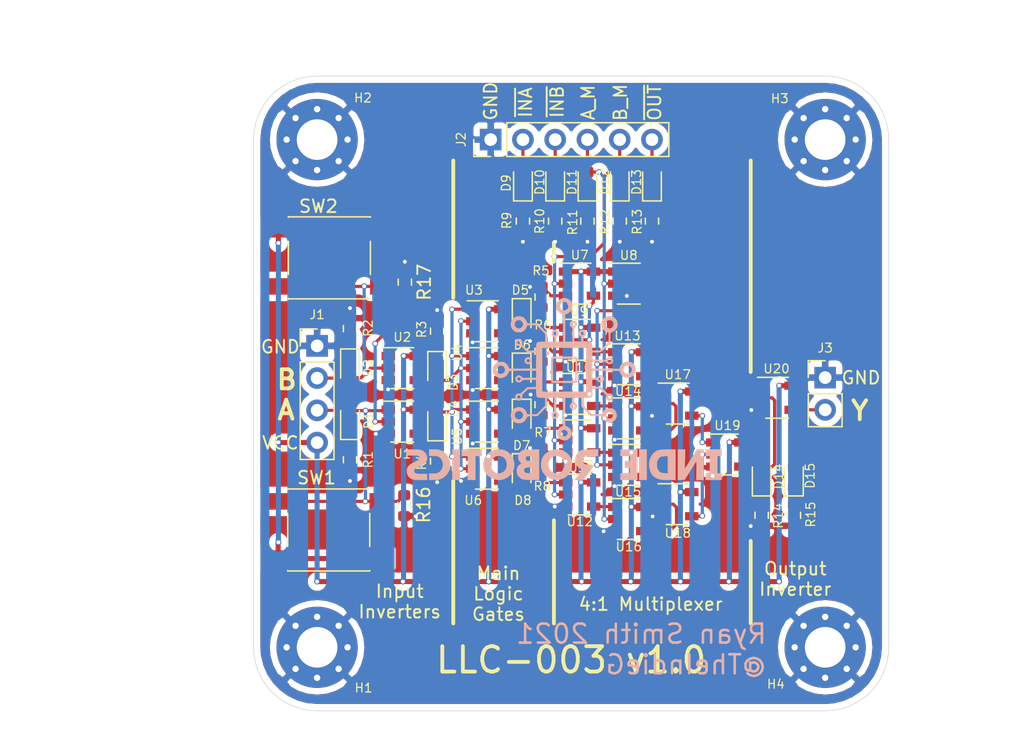
<source format=kicad_pcb>
(kicad_pcb (version 20171130) (host pcbnew "(5.1.9)-1")
  (title_block (title "LLC-003 - Configurable Logic Gate") (date 2021-04-27) (rev 1.0) (company "Indie Robotics") (comment 1 "Drawn by Ryan Smith"))
  (layers (0 F.Cu signal) (31 B.Cu signal) (34 B.Paste user) (35 F.Paste user) (36 B.SilkS user) (37 F.SilkS user) (38 B.Mask user) (39 F.Mask user) (44 Edge.Cuts user))
  (net 0 "")
  (net 1 "Net-(D1-Pad1)")
  (net 2 "Net-(D2-Pad1)")
  (net 3 "Net-(D3-Pad2)")
  (net 4 "Net-(D3-Pad1)")
  (net 5 "Net-(D4-Pad1)")
  (net 6 "Net-(D5-Pad2)")
  (net 7 "Net-(D5-Pad1)")
  (net 8 "Net-(D6-Pad2)")
  (net 9 "Net-(D6-Pad1)")
  (net 10 "Net-(D7-Pad2)")
  (net 11 "Net-(D7-Pad1)")
  (net 12 "Net-(D8-Pad2)")
  (net 13 "Net-(D8-Pad1)")
  (net 14 /~IN_A)
  (net 15 "Net-(D9-Pad1)")
  (net 16 /~IN_B)
  (net 17 "Net-(D10-Pad1)")
  (net 18 /A_MUX)
  (net 19 "Net-(D11-Pad1)")
  (net 20 /B_MUX)
  (net 21 "Net-(D12-Pad1)")
  (net 22 /~OUT)
  (net 23 "Net-(D13-Pad1)")
  (net 24 "Net-(D14-Pad2)")
  (net 25 "Net-(D14-Pad1)")
  (net 26 "Net-(D15-Pad2)")
  (net 27 "Net-(D15-Pad1)")
  (net 28 GND)
  (net 29 VCC)
  (net 30 "Net-(U10-Pad2)")
  (net 31 "Net-(U13-Pad2)")
  (net 32 "Net-(U13-Pad1)")
  (net 33 "Net-(U10-Pad4)")
  (net 34 "Net-(U11-Pad4)")
  (net 35 "Net-(U12-Pad4)")
  (net 36 "Net-(U13-Pad4)")
  (net 37 "Net-(U14-Pad4)")
  (net 38 "Net-(U15-Pad4)")
  (net 39 "Net-(U16-Pad4)")
  (net 40 "Net-(U17-Pad4)")
  (net 41 "Net-(U18-Pad4)")
  (net 42 "Net-(D4-Pad2)")
  (net 43 /INA)
  (net 44 /INB)
  (module Testboard:logo (layer B.Cu) (at 139.4564 90.0864 180)
    (fp_text reference G*** hide)
    (fp_text value LOGO hide)
  )
  (module Button_Switch_SMD:SW_SPST_PTS645 (layer F.Cu) (at 120.9652 79.3168 180)
    (fp_text reference SW2 (at 0.8636 4.064 180) (layer F.SilkS))
    (fp_text value Push)
    (pad 2 smd rect (at 3.98 2.25 180) (size 1.55 1.3) (layers F.Cu F.Paste F.Mask) (net 29 VCC))
    (pad 1 smd rect (at 3.98 -2.25 180) (size 1.55 1.3) (layers F.Cu F.Paste F.Mask) (net 44 /INB))
    (pad 1 smd rect (at -3.98 -2.25 180) (size 1.55 1.3) (layers F.Cu F.Paste F.Mask) (net 44 /INB))
    (pad 2 smd rect (at -3.98 2.25 180) (size 1.55 1.3) (layers F.Cu F.Paste F.Mask) (net 29 VCC))
  )
  (module Button_Switch_SMD:SW_SPST_PTS645 (layer F.Cu) (at 120.9144 100.7544)
    (fp_text reference SW1 (at -0.9652 -4.1148) (layer F.SilkS))
    (fp_text value Push)
    (pad 2 smd rect (at 3.98 2.25) (size 1.55 1.3) (layers F.Cu F.Paste F.Mask) (net 29 VCC))
    (pad 1 smd rect (at 3.98 -2.25) (size 1.55 1.3) (layers F.Cu F.Paste F.Mask) (net 43 /INA))
    (pad 1 smd rect (at -3.98 -2.25) (size 1.55 1.3) (layers F.Cu F.Paste F.Mask) (net 43 /INA))
    (pad 2 smd rect (at -3.98 2.25) (size 1.55 1.3) (layers F.Cu F.Paste F.Mask) (net 29 VCC))
  )
  (module Resistor_SMD:R_0603_1608Metric (layer F.Cu) (at 126.9088 81.235 90)
    (fp_text reference R17 (at 0 1.524 90) (layer F.SilkS))
    (fp_text value 10K)
    (pad 2 smd roundrect (at 0.825 0 90) (size 0.8 0.95) (layers F.Cu F.Paste F.Mask) (net 28 GND))
    (pad 1 smd roundrect (at -0.825 0 90) (size 0.8 0.95) (layers F.Cu F.Paste F.Mask) (net 44 /INB))
  )
  (module Resistor_SMD:R_0603_1608Metric (layer F.Cu) (at 126.858 98.8362 270)
    (fp_text reference R16 (at -0.063 -1.524 90) (layer F.SilkS))
    (fp_text value 10K)
    (pad 2 smd roundrect (at 0.825 0 270) (size 0.8 0.95) (layers F.Cu F.Paste F.Mask) (net 28 GND))
    (pad 1 smd roundrect (at -0.825 0 270) (size 0.8 0.95) (layers F.Cu F.Paste F.Mask) (net 43 /INA))
  )
  (module Package_TO_SOT_SMD:SOT-23-5 (layer F.Cu) (at 156.2204 90.3404)
    (fp_text reference U20 (at -0.0508 -2.286) (layer F.SilkS) (effects (font (size 0.7 0.7) (thickness 0.1))))
    (fp_text value 74LVC1G86)
    (pad 5 smd rect (at 1.1 -0.95) (size 1.06 0.65) (layers F.Cu F.Paste F.Mask) (net 29 VCC))
    (pad 4 smd rect (at 1.1 0.95) (size 1.06 0.65) (layers F.Cu F.Paste F.Mask) (net 26 "Net-(D15-Pad2)"))
    (pad 3 smd rect (at -1.1 0.95) (size 1.06 0.65) (layers F.Cu F.Paste F.Mask) (net 28 GND))
    (pad 2 smd rect (at -1.1 0) (size 1.06 0.65) (layers F.Cu F.Paste F.Mask) (net 24 "Net-(D14-Pad2)"))
    (pad 1 smd rect (at -1.1 -0.95) (size 1.06 0.65) (layers F.Cu F.Paste F.Mask) (net 22 /~OUT))
  )
  (module Package_TO_SOT_SMD:SOT-23-5 (layer F.Cu) (at 152.258 94.8108)
    (fp_text reference U19 (at 0.0508 -2.286) (layer F.SilkS) (effects (font (size 0.7 0.7) (thickness 0.1))))
    (fp_text value 74LVC1G32)
    (pad 5 smd rect (at 1.1 -0.95) (size 1.06 0.65) (layers F.Cu F.Paste F.Mask) (net 29 VCC))
    (pad 4 smd rect (at 1.1 0.95) (size 1.06 0.65) (layers F.Cu F.Paste F.Mask) (net 24 "Net-(D14-Pad2)"))
    (pad 3 smd rect (at -1.1 0.95) (size 1.06 0.65) (layers F.Cu F.Paste F.Mask) (net 28 GND))
    (pad 2 smd rect (at -1.1 0) (size 1.06 0.65) (layers F.Cu F.Paste F.Mask) (net 41 "Net-(U18-Pad4)"))
    (pad 1 smd rect (at -1.1 -0.95) (size 1.06 0.65) (layers F.Cu F.Paste F.Mask) (net 40 "Net-(U17-Pad4)"))
  )
  (module Package_TO_SOT_SMD:SOT-23-5 (layer F.Cu) (at 148.3972 98.7224)
    (fp_text reference U18 (at 0 2.286) (layer F.SilkS) (effects (font (size 0.7 0.7) (thickness 0.1))))
    (fp_text value 74LVC1G32)
    (pad 5 smd rect (at 1.1 -0.95) (size 1.06 0.65) (layers F.Cu F.Paste F.Mask) (net 29 VCC))
    (pad 4 smd rect (at 1.1 0.95) (size 1.06 0.65) (layers F.Cu F.Paste F.Mask) (net 41 "Net-(U18-Pad4)"))
    (pad 3 smd rect (at -1.1 0.95) (size 1.06 0.65) (layers F.Cu F.Paste F.Mask) (net 28 GND))
    (pad 2 smd rect (at -1.1 0) (size 1.06 0.65) (layers F.Cu F.Paste F.Mask) (net 39 "Net-(U16-Pad4)"))
    (pad 1 smd rect (at -1.1 -0.95) (size 1.06 0.65) (layers F.Cu F.Paste F.Mask) (net 38 "Net-(U15-Pad4)"))
  )
  (module Package_TO_SOT_SMD:SOT-23-5 (layer F.Cu) (at 148.3972 90.7976)
    (fp_text reference U17 (at 0 -2.286) (layer F.SilkS) (effects (font (size 0.7 0.7) (thickness 0.1))))
    (fp_text value 74LVC1G32)
    (pad 5 smd rect (at 1.1 -0.95) (size 1.06 0.65) (layers F.Cu F.Paste F.Mask) (net 29 VCC))
    (pad 4 smd rect (at 1.1 0.95) (size 1.06 0.65) (layers F.Cu F.Paste F.Mask) (net 40 "Net-(U17-Pad4)"))
    (pad 3 smd rect (at -1.1 0.95) (size 1.06 0.65) (layers F.Cu F.Paste F.Mask) (net 28 GND))
    (pad 2 smd rect (at -1.1 0) (size 1.06 0.65) (layers F.Cu F.Paste F.Mask) (net 37 "Net-(U14-Pad4)"))
    (pad 1 smd rect (at -1.1 -0.95) (size 1.06 0.65) (layers F.Cu F.Paste F.Mask) (net 36 "Net-(U13-Pad4)"))
  )
  (module Package_TO_SOT_SMD:SOT-23-5 (layer F.Cu) (at 144.5364 99.8908)
    (fp_text reference U16 (at 0 2.1844) (layer F.SilkS) (effects (font (size 0.7 0.7) (thickness 0.1))))
    (fp_text value 74LVC1G08)
    (pad 5 smd rect (at 1.1 -0.95) (size 1.06 0.65) (layers F.Cu F.Paste F.Mask) (net 29 VCC))
    (pad 4 smd rect (at 1.1 0.95) (size 1.06 0.65) (layers F.Cu F.Paste F.Mask) (net 39 "Net-(U16-Pad4)"))
    (pad 3 smd rect (at -1.1 0.95) (size 1.06 0.65) (layers F.Cu F.Paste F.Mask) (net 28 GND))
    (pad 2 smd rect (at -1.1 0) (size 1.06 0.65) (layers F.Cu F.Paste F.Mask) (net 18 /A_MUX))
    (pad 1 smd rect (at -1.1 -0.95) (size 1.06 0.65) (layers F.Cu F.Paste F.Mask) (net 35 "Net-(U12-Pad4)"))
  )
  (module Package_TO_SOT_SMD:SOT-23-5 (layer F.Cu) (at 144.5364 95.6236)
    (fp_text reference U15 (at -0.0508 2.1336) (layer F.SilkS) (effects (font (size 0.7 0.7) (thickness 0.1))))
    (fp_text value 74LVC1G08)
    (pad 5 smd rect (at 1.1 -0.95) (size 1.06 0.65) (layers F.Cu F.Paste F.Mask) (net 29 VCC))
    (pad 4 smd rect (at 1.1 0.95) (size 1.06 0.65) (layers F.Cu F.Paste F.Mask) (net 38 "Net-(U15-Pad4)"))
    (pad 3 smd rect (at -1.1 0.95) (size 1.06 0.65) (layers F.Cu F.Paste F.Mask) (net 28 GND))
    (pad 2 smd rect (at -1.1 0) (size 1.06 0.65) (layers F.Cu F.Paste F.Mask) (net 31 "Net-(U13-Pad2)"))
    (pad 1 smd rect (at -1.1 -0.95) (size 1.06 0.65) (layers F.Cu F.Paste F.Mask) (net 34 "Net-(U11-Pad4)"))
  )
  (module Package_TO_SOT_SMD:SOT-23-5 (layer F.Cu) (at 144.5364 91.966)
    (fp_text reference U14 (at -0.0508 -2.1336) (layer F.SilkS) (effects (font (size 0.7 0.7) (thickness 0.1))))
    (fp_text value 74LVC1G08)
    (pad 5 smd rect (at 1.1 -0.95) (size 1.06 0.65) (layers F.Cu F.Paste F.Mask) (net 29 VCC))
    (pad 4 smd rect (at 1.1 0.95) (size 1.06 0.65) (layers F.Cu F.Paste F.Mask) (net 37 "Net-(U14-Pad4)"))
    (pad 3 smd rect (at -1.1 0.95) (size 1.06 0.65) (layers F.Cu F.Paste F.Mask) (net 28 GND))
    (pad 2 smd rect (at -1.1 0) (size 1.06 0.65) (layers F.Cu F.Paste F.Mask) (net 18 /A_MUX))
    (pad 1 smd rect (at -1.1 -0.95) (size 1.06 0.65) (layers F.Cu F.Paste F.Mask) (net 33 "Net-(U10-Pad4)"))
  )
  (module Package_TO_SOT_SMD:SOT-23-5 (layer F.Cu) (at 144.5364 87.6988)
    (fp_text reference U13 (at -0.1016 -2.2352) (layer F.SilkS) (effects (font (size 0.7 0.7) (thickness 0.1))))
    (fp_text value 74LVC1G08)
    (pad 5 smd rect (at 1.1 -0.95) (size 1.06 0.65) (layers F.Cu F.Paste F.Mask) (net 29 VCC))
    (pad 4 smd rect (at 1.1 0.95) (size 1.06 0.65) (layers F.Cu F.Paste F.Mask) (net 36 "Net-(U13-Pad4)"))
    (pad 3 smd rect (at -1.1 0.95) (size 1.06 0.65) (layers F.Cu F.Paste F.Mask) (net 28 GND))
    (pad 2 smd rect (at -1.1 0) (size 1.06 0.65) (layers F.Cu F.Paste F.Mask) (net 31 "Net-(U13-Pad2)"))
    (pad 1 smd rect (at -1.1 -0.95) (size 1.06 0.65) (layers F.Cu F.Paste F.Mask) (net 32 "Net-(U13-Pad1)"))
  )
  (module Package_TO_SOT_SMD:SOT-23-5 (layer F.Cu) (at 140.6756 97.9604)
    (fp_text reference U12 (at 0 2.1336) (layer F.SilkS) (effects (font (size 0.7 0.7) (thickness 0.1))))
    (fp_text value 74LVC1G08)
    (pad 5 smd rect (at 1.1 -0.95) (size 1.06 0.65) (layers F.Cu F.Paste F.Mask) (net 29 VCC))
    (pad 4 smd rect (at 1.1 0.95) (size 1.06 0.65) (layers F.Cu F.Paste F.Mask) (net 35 "Net-(U12-Pad4)"))
    (pad 3 smd rect (at -1.1 0.95) (size 1.06 0.65) (layers F.Cu F.Paste F.Mask) (net 28 GND))
    (pad 2 smd rect (at -1.1 0) (size 1.06 0.65) (layers F.Cu F.Paste F.Mask) (net 20 /B_MUX))
    (pad 1 smd rect (at -1.1 -0.95) (size 1.06 0.65) (layers F.Cu F.Paste F.Mask) (net 12 "Net-(D8-Pad2)"))
  )
  (module Package_TO_SOT_SMD:SOT-23-5 (layer F.Cu) (at 140.6756 93.6932)
    (fp_text reference U11 (at 0.1524 2.1336) (layer F.SilkS) (effects (font (size 0.7 0.7) (thickness 0.1))))
    (fp_text value 74LVC1G08)
    (pad 5 smd rect (at 1.1 -0.95) (size 1.06 0.65) (layers F.Cu F.Paste F.Mask) (net 29 VCC))
    (pad 4 smd rect (at 1.1 0.95) (size 1.06 0.65) (layers F.Cu F.Paste F.Mask) (net 34 "Net-(U11-Pad4)"))
    (pad 3 smd rect (at -1.1 0.95) (size 1.06 0.65) (layers F.Cu F.Paste F.Mask) (net 28 GND))
    (pad 2 smd rect (at -1.1 0) (size 1.06 0.65) (layers F.Cu F.Paste F.Mask) (net 20 /B_MUX))
    (pad 1 smd rect (at -1.1 -0.95) (size 1.06 0.65) (layers F.Cu F.Paste F.Mask) (net 10 "Net-(D7-Pad2)"))
  )
  (module Package_TO_SOT_SMD:SOT-23-5 (layer F.Cu) (at 140.6756 90.0356)
    (fp_text reference U10 (at -0.0508 -2.0828) (layer F.SilkS) (effects (font (size 0.7 0.7) (thickness 0.1))))
    (fp_text value 74LVC1G08)
    (pad 5 smd rect (at 1.1 -0.95) (size 1.06 0.65) (layers F.Cu F.Paste F.Mask) (net 29 VCC))
    (pad 4 smd rect (at 1.1 0.95) (size 1.06 0.65) (layers F.Cu F.Paste F.Mask) (net 33 "Net-(U10-Pad4)"))
    (pad 3 smd rect (at -1.1 0.95) (size 1.06 0.65) (layers F.Cu F.Paste F.Mask) (net 28 GND))
    (pad 2 smd rect (at -1.1 0) (size 1.06 0.65) (layers F.Cu F.Paste F.Mask) (net 30 "Net-(U10-Pad2)"))
    (pad 1 smd rect (at -1.1 -0.95) (size 1.06 0.65) (layers F.Cu F.Paste F.Mask) (net 8 "Net-(D6-Pad2)"))
  )
  (module Package_TO_SOT_SMD:SOT-23-5 (layer F.Cu) (at 140.6756 85.7684)
    (fp_text reference U9 (at -0.0508 -2.2352) (layer F.SilkS) (effects (font (size 0.7 0.7) (thickness 0.1))))
    (fp_text value 74LVC1G08)
    (pad 5 smd rect (at 1.1 -0.95) (size 1.06 0.65) (layers F.Cu F.Paste F.Mask) (net 29 VCC))
    (pad 4 smd rect (at 1.1 0.95) (size 1.06 0.65) (layers F.Cu F.Paste F.Mask) (net 32 "Net-(U13-Pad1)"))
    (pad 3 smd rect (at -1.1 0.95) (size 1.06 0.65) (layers F.Cu F.Paste F.Mask) (net 28 GND))
    (pad 2 smd rect (at -1.1 0) (size 1.06 0.65) (layers F.Cu F.Paste F.Mask) (net 30 "Net-(U10-Pad2)"))
    (pad 1 smd rect (at -1.1 -0.95) (size 1.06 0.65) (layers F.Cu F.Paste F.Mask) (net 6 "Net-(D5-Pad2)"))
  )
  (module Package_TO_SOT_SMD:SOT-23-5 (layer F.Cu) (at 144.5364 81.3488)
    (fp_text reference U8 (at 0 -2.2352) (layer F.SilkS) (effects (font (size 0.7 0.7) (thickness 0.1))))
    (fp_text value 74LVC1G86)
    (pad 5 smd rect (at 1.1 -0.95) (size 1.06 0.65) (layers F.Cu F.Paste F.Mask) (net 29 VCC))
    (pad 4 smd rect (at 1.1 0.95) (size 1.06 0.65) (layers F.Cu F.Paste F.Mask) (net 31 "Net-(U13-Pad2)"))
    (pad 3 smd rect (at -1.1 0.95) (size 1.06 0.65) (layers F.Cu F.Paste F.Mask) (net 28 GND))
    (pad 2 smd rect (at -1.1 0) (size 1.06 0.65) (layers F.Cu F.Paste F.Mask) (net 18 /A_MUX))
    (pad 1 smd rect (at -1.1 -0.95) (size 1.06 0.65) (layers F.Cu F.Paste F.Mask) (net 29 VCC))
  )
  (module Package_TO_SOT_SMD:SOT-23-5 (layer F.Cu) (at 140.658 81.3488)
    (fp_text reference U7 (at 0.0176 -2.2504) (layer F.SilkS) (effects (font (size 0.7 0.7) (thickness 0.1))))
    (fp_text value 74LVC1G86)
    (pad 5 smd rect (at 1.1 -0.95) (size 1.06 0.65) (layers F.Cu F.Paste F.Mask) (net 29 VCC))
    (pad 4 smd rect (at 1.1 0.95) (size 1.06 0.65) (layers F.Cu F.Paste F.Mask) (net 30 "Net-(U10-Pad2)"))
    (pad 3 smd rect (at -1.1 0.95) (size 1.06 0.65) (layers F.Cu F.Paste F.Mask) (net 28 GND))
    (pad 2 smd rect (at -1.1 0) (size 1.06 0.65) (layers F.Cu F.Paste F.Mask) (net 20 /B_MUX))
    (pad 1 smd rect (at -1.1 -0.95) (size 1.06 0.65) (layers F.Cu F.Paste F.Mask) (net 29 VCC))
  )
  (module Package_TO_SOT_SMD:SOT-23-5 (layer F.Cu) (at 133.3604 95.9284)
    (fp_text reference U6 (at -1.0668 2.4892) (layer F.SilkS) (effects (font (size 0.7 0.7) (thickness 0.1))))
    (fp_text value 74LVC1G32)
    (pad 5 smd rect (at 1.1 -0.95) (size 1.06 0.65) (layers F.Cu F.Paste F.Mask) (net 29 VCC))
    (pad 4 smd rect (at 1.1 0.95) (size 1.06 0.65) (layers F.Cu F.Paste F.Mask) (net 12 "Net-(D8-Pad2)"))
    (pad 3 smd rect (at -1.1 0.95) (size 1.06 0.65) (layers F.Cu F.Paste F.Mask) (net 28 GND))
    (pad 2 smd rect (at -1.1 0) (size 1.06 0.65) (layers F.Cu F.Paste F.Mask) (net 3 "Net-(D3-Pad2)"))
    (pad 1 smd rect (at -1.1 -0.95) (size 1.06 0.65) (layers F.Cu F.Paste F.Mask) (net 42 "Net-(D4-Pad2)"))
  )
  (module Package_TO_SOT_SMD:SOT-23-5 (layer F.Cu) (at 133.3604 92.22)
    (fp_text reference U5 (at -2.3368 1.1684 90) (layer F.SilkS) (effects (font (size 0.7 0.7) (thickness 0.1))))
    (fp_text value 74LVC1G86)
    (pad 5 smd rect (at 1.1 -0.95) (size 1.06 0.65) (layers F.Cu F.Paste F.Mask) (net 29 VCC))
    (pad 4 smd rect (at 1.1 0.95) (size 1.06 0.65) (layers F.Cu F.Paste F.Mask) (net 10 "Net-(D7-Pad2)"))
    (pad 3 smd rect (at -1.1 0.95) (size 1.06 0.65) (layers F.Cu F.Paste F.Mask) (net 28 GND))
    (pad 2 smd rect (at -1.1 0) (size 1.06 0.65) (layers F.Cu F.Paste F.Mask) (net 3 "Net-(D3-Pad2)"))
    (pad 1 smd rect (at -1.1 -0.95) (size 1.06 0.65) (layers F.Cu F.Paste F.Mask) (net 42 "Net-(D4-Pad2)"))
  )
  (module Package_TO_SOT_SMD:SOT-23-5 (layer F.Cu) (at 133.3604 88.0036)
    (fp_text reference U4 (at -2.3368 -1.2192 90) (layer F.SilkS) (effects (font (size 0.7 0.7) (thickness 0.1))))
    (fp_text value 74LVC1G32)
    (pad 5 smd rect (at 1.1 -0.95) (size 1.06 0.65) (layers F.Cu F.Paste F.Mask) (net 29 VCC))
    (pad 4 smd rect (at 1.1 0.95) (size 1.06 0.65) (layers F.Cu F.Paste F.Mask) (net 8 "Net-(D6-Pad2)"))
    (pad 3 smd rect (at -1.1 0.95) (size 1.06 0.65) (layers F.Cu F.Paste F.Mask) (net 28 GND))
    (pad 2 smd rect (at -1.1 0) (size 1.06 0.65) (layers F.Cu F.Paste F.Mask) (net 3 "Net-(D3-Pad2)"))
    (pad 1 smd rect (at -1.1 -0.95) (size 1.06 0.65) (layers F.Cu F.Paste F.Mask) (net 42 "Net-(D4-Pad2)"))
  )
  (module Package_TO_SOT_SMD:SOT-23-5 (layer F.Cu) (at 133.3604 84.3104)
    (fp_text reference U3 (at -1.016 -2.4536) (layer F.SilkS) (effects (font (size 0.7 0.7) (thickness 0.1))))
    (fp_text value 74LVC1G08)
    (pad 5 smd rect (at 1.1 -0.95) (size 1.06 0.65) (layers F.Cu F.Paste F.Mask) (net 29 VCC))
    (pad 4 smd rect (at 1.1 0.95) (size 1.06 0.65) (layers F.Cu F.Paste F.Mask) (net 6 "Net-(D5-Pad2)"))
    (pad 3 smd rect (at -1.1 0.95) (size 1.06 0.65) (layers F.Cu F.Paste F.Mask) (net 28 GND))
    (pad 2 smd rect (at -1.1 0) (size 1.06 0.65) (layers F.Cu F.Paste F.Mask) (net 3 "Net-(D3-Pad2)"))
    (pad 1 smd rect (at -1.1 -0.95) (size 1.06 0.65) (layers F.Cu F.Paste F.Mask) (net 42 "Net-(D4-Pad2)"))
  )
  (module Package_TO_SOT_SMD:SOT-23-5 (layer F.Cu) (at 126.7056 88.0036)
    (fp_text reference U2 (at 0 -2.4384) (layer F.SilkS) (effects (font (size 0.7 0.7) (thickness 0.1))))
    (fp_text value 74LVC1G86)
    (pad 5 smd rect (at 1.1 -0.95) (size 1.06 0.65) (layers F.Cu F.Paste F.Mask) (net 29 VCC))
    (pad 4 smd rect (at 1.1 0.95) (size 1.06 0.65) (layers F.Cu F.Paste F.Mask) (net 3 "Net-(D3-Pad2)"))
    (pad 3 smd rect (at -1.1 0.95) (size 1.06 0.65) (layers F.Cu F.Paste F.Mask) (net 28 GND))
    (pad 2 smd rect (at -1.1 0) (size 1.06 0.65) (layers F.Cu F.Paste F.Mask) (net 44 /INB))
    (pad 1 smd rect (at -1.1 -0.95) (size 1.06 0.65) (layers F.Cu F.Paste F.Mask) (net 16 /~IN_B))
  )
  (module Package_TO_SOT_SMD:SOT-23-5 (layer F.Cu) (at 126.7056 92.22)
    (fp_text reference U1 (at 0 2.54) (layer F.SilkS) (effects (font (size 0.7 0.7) (thickness 0.1))))
    (fp_text value 74LVC1G86)
    (pad 5 smd rect (at 1.1 -0.95) (size 1.06 0.65) (layers F.Cu F.Paste F.Mask) (net 29 VCC))
    (pad 4 smd rect (at 1.1 0.95) (size 1.06 0.65) (layers F.Cu F.Paste F.Mask) (net 42 "Net-(D4-Pad2)"))
    (pad 3 smd rect (at -1.1 0.95) (size 1.06 0.65) (layers F.Cu F.Paste F.Mask) (net 28 GND))
    (pad 2 smd rect (at -1.1 0) (size 1.06 0.65) (layers F.Cu F.Paste F.Mask) (net 14 /~IN_A))
    (pad 1 smd rect (at -1.1 -0.95) (size 1.06 0.65) (layers F.Cu F.Paste F.Mask) (net 43 /INA))
  )
  (module Resistor_SMD:R_0603_1608Metric (layer F.Cu) (at 157.5412 99.5982 270)
    (fp_text reference R15 (at -0.063 -1.3208 90) (layer F.SilkS) (effects (font (size 0.7 0.7) (thickness 0.1))))
    (fp_text value 100R)
    (pad 2 smd roundrect (at 0.825 0 270) (size 0.8 0.95) (layers F.Cu F.Paste F.Mask) (net 28 GND))
    (pad 1 smd roundrect (at -0.825 0 270) (size 0.8 0.95) (layers F.Cu F.Paste F.Mask) (net 27 "Net-(D15-Pad1)"))
  )
  (module Resistor_SMD:R_0603_1608Metric (layer F.Cu) (at 155.0012 99.5982 270)
    (fp_text reference R14 (at 0.0386 -1.3208 90) (layer F.SilkS) (effects (font (size 0.7 0.7) (thickness 0.1))))
    (fp_text value 100R)
    (pad 2 smd roundrect (at 0.825 0 270) (size 0.8 0.95) (layers F.Cu F.Paste F.Mask) (net 28 GND))
    (pad 1 smd roundrect (at -0.825 0 270) (size 0.8 0.95) (layers F.Cu F.Paste F.Mask) (net 25 "Net-(D14-Pad1)"))
  )
  (module Resistor_SMD:R_0603_1608Metric (layer F.Cu) (at 146.3652 76.4212 270)
    (fp_text reference R13 (at 0.0508 1.1684 90) (layer F.SilkS) (effects (font (size 0.7 0.7) (thickness 0.1))))
    (fp_text value 100R)
    (pad 2 smd roundrect (at 0.825 0 270) (size 0.8 0.95) (layers F.Cu F.Paste F.Mask) (net 28 GND))
    (pad 1 smd roundrect (at -0.825 0 270) (size 0.8 0.95) (layers F.Cu F.Paste F.Mask) (net 23 "Net-(D13-Pad1)"))
  )
  (module Resistor_SMD:R_0603_1608Metric (layer F.Cu) (at 143.8252 76.4212 270)
    (fp_text reference R12 (at 0.0508 1.1684 90) (layer F.SilkS) (effects (font (size 0.7 0.7) (thickness 0.1))))
    (fp_text value 100R)
    (pad 2 smd roundrect (at 0.825 0 270) (size 0.8 0.95) (layers F.Cu F.Paste F.Mask) (net 28 GND))
    (pad 1 smd roundrect (at -0.825 0 270) (size 0.8 0.95) (layers F.Cu F.Paste F.Mask) (net 21 "Net-(D12-Pad1)"))
  )
  (module Resistor_SMD:R_0603_1608Metric (layer F.Cu) (at 141.2852 76.4212 270)
    (fp_text reference R11 (at 0.1016 1.1684 90) (layer F.SilkS) (effects (font (size 0.7 0.7) (thickness 0.1))))
    (fp_text value 100R)
    (pad 2 smd roundrect (at 0.825 0 270) (size 0.8 0.95) (layers F.Cu F.Paste F.Mask) (net 28 GND))
    (pad 1 smd roundrect (at -0.825 0 270) (size 0.8 0.95) (layers F.Cu F.Paste F.Mask) (net 19 "Net-(D11-Pad1)"))
  )
  (module Resistor_SMD:R_0603_1608Metric (layer F.Cu) (at 138.7452 76.4212 270)
    (fp_text reference R10 (at 0 1.2192 90) (layer F.SilkS) (effects (font (size 0.7 0.7) (thickness 0.1))))
    (fp_text value 100R)
    (pad 2 smd roundrect (at 0.825 0 270) (size 0.8 0.95) (layers F.Cu F.Paste F.Mask) (net 28 GND))
    (pad 1 smd roundrect (at -0.825 0 270) (size 0.8 0.95) (layers F.Cu F.Paste F.Mask) (net 17 "Net-(D10-Pad1)"))
  )
  (module Resistor_SMD:R_0603_1608Metric (layer F.Cu) (at 136.2052 76.4212 270)
    (fp_text reference R9 (at -0.0508 1.27 90) (layer F.SilkS) (effects (font (size 0.7 0.7) (thickness 0.1))))
    (fp_text value 100R)
    (pad 2 smd roundrect (at 0.825 0 270) (size 0.8 0.95) (layers F.Cu F.Paste F.Mask) (net 28 GND))
    (pad 1 smd roundrect (at -0.825 0 270) (size 0.8 0.95) (layers F.Cu F.Paste F.Mask) (net 15 "Net-(D9-Pad1)"))
  )
  (module Resistor_SMD:R_0603_1608Metric (layer F.Cu) (at 137.6784 95.1278 90)
    (fp_text reference R8 (at -2.1722 0.0508 180) (layer F.SilkS) (effects (font (size 0.7 0.7) (thickness 0.1))))
    (fp_text value 100R)
    (pad 2 smd roundrect (at 0.825 0 90) (size 0.8 0.95) (layers F.Cu F.Paste F.Mask) (net 28 GND))
    (pad 1 smd roundrect (at -0.825 0 90) (size 0.8 0.95) (layers F.Cu F.Paste F.Mask) (net 13 "Net-(D8-Pad1)"))
  )
  (module Resistor_SMD:R_0603_1608Metric (layer F.Cu) (at 137.6784 90.887 90)
    (fp_text reference R7 (at -2.1966 0.1016 180) (layer F.SilkS) (effects (font (size 0.7 0.7) (thickness 0.1))))
    (fp_text value 100R)
    (pad 2 smd roundrect (at 0.825 0 90) (size 0.8 0.95) (layers F.Cu F.Paste F.Mask) (net 28 GND))
    (pad 1 smd roundrect (at -0.825 0 90) (size 0.8 0.95) (layers F.Cu F.Paste F.Mask) (net 11 "Net-(D7-Pad1)"))
  )
  (module Resistor_SMD:R_0603_1608Metric (layer F.Cu) (at 137.6784 86.6706 90)
    (fp_text reference R6 (at 2.0706 0.1016 180) (layer F.SilkS) (effects (font (size 0.7 0.7) (thickness 0.1))))
    (fp_text value 100R)
    (pad 2 smd roundrect (at 0.825 0 90) (size 0.8 0.95) (layers F.Cu F.Paste F.Mask) (net 28 GND))
    (pad 1 smd roundrect (at -0.825 0 90) (size 0.8 0.95) (layers F.Cu F.Paste F.Mask) (net 9 "Net-(D6-Pad1)"))
  )
  (module Resistor_SMD:R_0603_1608Metric (layer F.Cu) (at 137.6784 82.4034 90)
    (fp_text reference R5 (at 2.0706 -0.0508 180) (layer F.SilkS) (effects (font (size 0.7 0.7) (thickness 0.1))))
    (fp_text value 100R)
    (pad 2 smd roundrect (at 0.825 0 90) (size 0.8 0.95) (layers F.Cu F.Paste F.Mask) (net 28 GND))
    (pad 1 smd roundrect (at -0.825 0 90) (size 0.8 0.95) (layers F.Cu F.Paste F.Mask) (net 7 "Net-(D5-Pad1)"))
  )
  (module Resistor_SMD:R_0603_1608Metric (layer F.Cu) (at 129.4488 95.331 270)
    (fp_text reference R4 (at 0.0386 1.2192 90) (layer F.SilkS) (effects (font (size 0.7 0.7) (thickness 0.1))))
    (fp_text value 100R)
    (pad 2 smd roundrect (at 0.825 0 270) (size 0.8 0.95) (layers F.Cu F.Paste F.Mask) (net 28 GND))
    (pad 1 smd roundrect (at -0.825 0 270) (size 0.8 0.95) (layers F.Cu F.Paste F.Mask) (net 5 "Net-(D4-Pad1)"))
  )
  (module Resistor_SMD:R_0603_1608Metric (layer F.Cu) (at 129.4488 85.0958 90)
    (fp_text reference R3 (at 0.1402 -1.2192 90) (layer F.SilkS) (effects (font (size 0.7 0.7) (thickness 0.1))))
    (fp_text value 100R)
    (pad 2 smd roundrect (at 0.825 0 90) (size 0.8 0.95) (layers F.Cu F.Paste F.Mask) (net 28 GND))
    (pad 1 smd roundrect (at -0.825 0 90) (size 0.8 0.95) (layers F.Cu F.Paste F.Mask) (net 4 "Net-(D3-Pad1)"))
  )
  (module Resistor_SMD:R_0603_1608Metric (layer F.Cu) (at 122.5908 84.8926 90)
    (fp_text reference R2 (at 0.0386 1.4224 90) (layer F.SilkS) (effects (font (size 0.7 0.7) (thickness 0.1))))
    (fp_text value 100R)
    (pad 2 smd roundrect (at 0.825 0 90) (size 0.8 0.95) (layers F.Cu F.Paste F.Mask) (net 28 GND))
    (pad 1 smd roundrect (at -0.825 0 90) (size 0.8 0.95) (layers F.Cu F.Paste F.Mask) (net 2 "Net-(D2-Pad1)"))
  )
  (module Resistor_SMD:R_0603_1608Metric (layer F.Cu) (at 122.5908 95.2172 270)
    (fp_text reference R1 (at 0 -1.43 90) (layer F.SilkS) (effects (font (size 0.7 0.7) (thickness 0.1))))
    (fp_text value 100R)
    (pad 2 smd roundrect (at 0.825 0 270) (size 0.8 0.95) (layers F.Cu F.Paste F.Mask) (net 28 GND))
    (pad 1 smd roundrect (at -0.825 0 270) (size 0.8 0.95) (layers F.Cu F.Paste F.Mask) (net 1 "Net-(D1-Pad1)"))
  )
  (module Connector_PinHeader_2.54mm:PinHeader_1x02_P2.54mm_Vertical (layer F.Cu) (at 160 88.75)
    (fp_text reference J3 (at 0 -2.33) (layer F.SilkS) (effects (font (size 0.7 0.7) (thickness 0.1))))
    (fp_text value Conn_01x02)
    (pad 2 thru_hole oval (at 0 2.54) (size 1.7 1.7) (drill 1) (layers *.Cu *.Mask) (net 26 "Net-(D15-Pad2)"))
    (pad 1 thru_hole rect (at 0 0) (size 1.7 1.7) (drill 1) (layers *.Cu *.Mask) (net 28 GND))
  )
  (module Connector_PinHeader_2.54mm:PinHeader_1x06_P2.54mm_Vertical (layer F.Cu) (at 133.6652 70 90)
    (fp_text reference J2 (at 0 -2.33 90) (layer F.SilkS) (effects (font (size 0.7 0.7) (thickness 0.1))))
    (fp_text value Conn_01x06)
    (pad 6 thru_hole oval (at 0 12.7 90) (size 1.7 1.7) (drill 1) (layers *.Cu *.Mask) (net 22 /~OUT))
    (pad 5 thru_hole oval (at 0 10.16 90) (size 1.7 1.7) (drill 1) (layers *.Cu *.Mask) (net 20 /B_MUX))
    (pad 4 thru_hole oval (at 0 7.62 90) (size 1.7 1.7) (drill 1) (layers *.Cu *.Mask) (net 18 /A_MUX))
    (pad 3 thru_hole oval (at 0 5.08 90) (size 1.7 1.7) (drill 1) (layers *.Cu *.Mask) (net 16 /~IN_B))
    (pad 2 thru_hole oval (at 0 2.54 90) (size 1.7 1.7) (drill 1) (layers *.Cu *.Mask) (net 14 /~IN_A))
    (pad 1 thru_hole rect (at 0 0 90) (size 1.7 1.7) (drill 1) (layers *.Cu *.Mask) (net 28 GND))
  )
  (module Connector_PinHeader_2.54mm:PinHeader_1x04_P2.54mm_Vertical (layer F.Cu) (at 120 86.25)
    (fp_text reference J1 (at 0 -2.4628) (layer F.SilkS) (effects (font (size 0.7 0.7) (thickness 0.1))))
    (fp_text value Conn_01x04)
    (pad 4 thru_hole oval (at 0 7.62) (size 1.7 1.7) (drill 1) (layers *.Cu *.Mask) (net 29 VCC))
    (pad 3 thru_hole oval (at 0 5.08) (size 1.7 1.7) (drill 1) (layers *.Cu *.Mask) (net 43 /INA))
    (pad 2 thru_hole oval (at 0 2.54) (size 1.7 1.7) (drill 1) (layers *.Cu *.Mask) (net 44 /INB))
    (pad 1 thru_hole rect (at 0 0) (size 1.7 1.7) (drill 1) (layers *.Cu *.Mask) (net 28 GND))
  )
  (module MountingHole:MountingHole_3.2mm_M3_Pad_Via (layer F.Cu) (at 160 110)
    (fp_text reference H4 (at -3.8812 2.8956) (layer F.SilkS) (effects (font (size 0.7 0.7) (thickness 0.1))))
    (fp_text value MH_Pad)
    (pad 1 thru_hole circle (at 1.697056 -1.697056) (size 0.8 0.8) (drill 0.5) (layers *.Cu *.Mask) (net 28 GND))
    (pad 1 thru_hole circle (at 0 -2.4) (size 0.8 0.8) (drill 0.5) (layers *.Cu *.Mask) (net 28 GND))
    (pad 1 thru_hole circle (at -1.697056 -1.697056) (size 0.8 0.8) (drill 0.5) (layers *.Cu *.Mask) (net 28 GND))
    (pad 1 thru_hole circle (at -2.4 0) (size 0.8 0.8) (drill 0.5) (layers *.Cu *.Mask) (net 28 GND))
    (pad 1 thru_hole circle (at -1.697056 1.697056) (size 0.8 0.8) (drill 0.5) (layers *.Cu *.Mask) (net 28 GND))
    (pad 1 thru_hole circle (at 0 2.4) (size 0.8 0.8) (drill 0.5) (layers *.Cu *.Mask) (net 28 GND))
    (pad 1 thru_hole circle (at 1.697056 1.697056) (size 0.8 0.8) (drill 0.5) (layers *.Cu *.Mask) (net 28 GND))
    (pad 1 thru_hole circle (at 2.4 0) (size 0.8 0.8) (drill 0.5) (layers *.Cu *.Mask) (net 28 GND))
    (pad 1 thru_hole circle (at 0 0) (size 6.4 6.4) (drill 3.2) (layers *.Cu *.Mask) (net 28 GND))
  )
  (module MountingHole:MountingHole_3.2mm_M3_Pad_Via (layer F.Cu) (at 160 70)
    (fp_text reference H3 (at -3.5764 -3.2308) (layer F.SilkS) (effects (font (size 0.7 0.7) (thickness 0.1))))
    (fp_text value MH_Pad)
    (pad 1 thru_hole circle (at 1.697056 -1.697056) (size 0.8 0.8) (drill 0.5) (layers *.Cu *.Mask) (net 28 GND))
    (pad 1 thru_hole circle (at 0 -2.4) (size 0.8 0.8) (drill 0.5) (layers *.Cu *.Mask) (net 28 GND))
    (pad 1 thru_hole circle (at -1.697056 -1.697056) (size 0.8 0.8) (drill 0.5) (layers *.Cu *.Mask) (net 28 GND))
    (pad 1 thru_hole circle (at -2.4 0) (size 0.8 0.8) (drill 0.5) (layers *.Cu *.Mask) (net 28 GND))
    (pad 1 thru_hole circle (at -1.697056 1.697056) (size 0.8 0.8) (drill 0.5) (layers *.Cu *.Mask) (net 28 GND))
    (pad 1 thru_hole circle (at 0 2.4) (size 0.8 0.8) (drill 0.5) (layers *.Cu *.Mask) (net 28 GND))
    (pad 1 thru_hole circle (at 1.697056 1.697056) (size 0.8 0.8) (drill 0.5) (layers *.Cu *.Mask) (net 28 GND))
    (pad 1 thru_hole circle (at 2.4 0) (size 0.8 0.8) (drill 0.5) (layers *.Cu *.Mask) (net 28 GND))
    (pad 1 thru_hole circle (at 0 0) (size 6.4 6.4) (drill 3.2) (layers *.Cu *.Mask) (net 28 GND))
  )
  (module MountingHole:MountingHole_3.2mm_M3_Pad_Via (layer F.Cu) (at 120 70)
    (fp_text reference H2 (at 3.6068 -3.2816) (layer F.SilkS) (effects (font (size 0.7 0.7) (thickness 0.1))))
    (fp_text value MH_Pad)
    (pad 1 thru_hole circle (at 1.697056 -1.697056) (size 0.8 0.8) (drill 0.5) (layers *.Cu *.Mask) (net 28 GND))
    (pad 1 thru_hole circle (at 0 -2.4) (size 0.8 0.8) (drill 0.5) (layers *.Cu *.Mask) (net 28 GND))
    (pad 1 thru_hole circle (at -1.697056 -1.697056) (size 0.8 0.8) (drill 0.5) (layers *.Cu *.Mask) (net 28 GND))
    (pad 1 thru_hole circle (at -2.4 0) (size 0.8 0.8) (drill 0.5) (layers *.Cu *.Mask) (net 28 GND))
    (pad 1 thru_hole circle (at -1.697056 1.697056) (size 0.8 0.8) (drill 0.5) (layers *.Cu *.Mask) (net 28 GND))
    (pad 1 thru_hole circle (at 0 2.4) (size 0.8 0.8) (drill 0.5) (layers *.Cu *.Mask) (net 28 GND))
    (pad 1 thru_hole circle (at 1.697056 1.697056) (size 0.8 0.8) (drill 0.5) (layers *.Cu *.Mask) (net 28 GND))
    (pad 1 thru_hole circle (at 2.4 0) (size 0.8 0.8) (drill 0.5) (layers *.Cu *.Mask) (net 28 GND))
    (pad 1 thru_hole circle (at 0 0) (size 6.4 6.4) (drill 3.2) (layers *.Cu *.Mask) (net 28 GND))
  )
  (module MountingHole:MountingHole_3.2mm_M3_Pad_Via (layer F.Cu) (at 120 110)
    (fp_text reference H1 (at 3.6576 3.2004) (layer F.SilkS) (effects (font (size 0.7 0.7) (thickness 0.1))))
    (fp_text value MH_Pad)
    (pad 1 thru_hole circle (at 1.697056 -1.697056) (size 0.8 0.8) (drill 0.5) (layers *.Cu *.Mask) (net 28 GND))
    (pad 1 thru_hole circle (at 0 -2.4) (size 0.8 0.8) (drill 0.5) (layers *.Cu *.Mask) (net 28 GND))
    (pad 1 thru_hole circle (at -1.697056 -1.697056) (size 0.8 0.8) (drill 0.5) (layers *.Cu *.Mask) (net 28 GND))
    (pad 1 thru_hole circle (at -2.4 0) (size 0.8 0.8) (drill 0.5) (layers *.Cu *.Mask) (net 28 GND))
    (pad 1 thru_hole circle (at -1.697056 1.697056) (size 0.8 0.8) (drill 0.5) (layers *.Cu *.Mask) (net 28 GND))
    (pad 1 thru_hole circle (at 0 2.4) (size 0.8 0.8) (drill 0.5) (layers *.Cu *.Mask) (net 28 GND))
    (pad 1 thru_hole circle (at 1.697056 1.697056) (size 0.8 0.8) (drill 0.5) (layers *.Cu *.Mask) (net 28 GND))
    (pad 1 thru_hole circle (at 2.4 0) (size 0.8 0.8) (drill 0.5) (layers *.Cu *.Mask) (net 28 GND))
    (pad 1 thru_hole circle (at 0 0) (size 6.4 6.4) (drill 3.2) (layers *.Cu *.Mask) (net 28 GND))
  )
  (module LED_SMD:LED_0603_1608Metric (layer F.Cu) (at 157.5412 96.5888 90)
    (fp_text reference D15 (at 0.1016 1.27 90) (layer F.SilkS) (effects (font (size 0.7 0.7) (thickness 0.1))))
    (fp_text value LED_Green)
    (pad 2 smd roundrect (at 0.7875 0 90) (size 0.875 0.95) (layers F.Cu F.Paste F.Mask) (net 26 "Net-(D15-Pad2)"))
    (pad 1 smd roundrect (at -0.7875 0 90) (size 0.875 0.95) (layers F.Cu F.Paste F.Mask) (net 27 "Net-(D15-Pad1)"))
  )
  (module LED_SMD:LED_0603_1608Metric (layer F.Cu) (at 155.0012 96.5888 90)
    (fp_text reference D14 (at 0.0508 1.3208 90) (layer F.SilkS) (effects (font (size 0.7 0.7) (thickness 0.1))))
    (fp_text value LED_Green)
    (pad 2 smd roundrect (at 0.7875 0 90) (size 0.875 0.95) (layers F.Cu F.Paste F.Mask) (net 24 "Net-(D14-Pad2)"))
    (pad 1 smd roundrect (at -0.7875 0 90) (size 0.875 0.95) (layers F.Cu F.Paste F.Mask) (net 25 "Net-(D14-Pad1)"))
  )
  (module LED_SMD:LED_0603_1608Metric (layer F.Cu) (at 146.3652 73.3477 90)
    (fp_text reference D13 (at 0 -1.2192 90) (layer F.SilkS) (effects (font (size 0.7 0.7) (thickness 0.1))))
    (fp_text value LED_Green)
    (pad 2 smd roundrect (at 0.7875 0 90) (size 0.875 0.95) (layers F.Cu F.Paste F.Mask) (net 22 /~OUT))
    (pad 1 smd roundrect (at -0.7875 0 90) (size 0.875 0.95) (layers F.Cu F.Paste F.Mask) (net 23 "Net-(D13-Pad1)"))
  )
  (module LED_SMD:LED_0603_1608Metric (layer F.Cu) (at 143.8252 73.3479 90)
    (fp_text reference D12 (at 0 -1.2192 90) (layer F.SilkS) (effects (font (size 0.7 0.7) (thickness 0.1))))
    (fp_text value LED_Green)
    (pad 2 smd roundrect (at 0.7875 0 90) (size 0.875 0.95) (layers F.Cu F.Paste F.Mask) (net 20 /B_MUX))
    (pad 1 smd roundrect (at -0.7875 0 90) (size 0.875 0.95) (layers F.Cu F.Paste F.Mask) (net 21 "Net-(D12-Pad1)"))
  )
  (module LED_SMD:LED_0603_1608Metric (layer F.Cu) (at 141.2852 73.3479 90)
    (fp_text reference D11 (at 0 -1.2192 90) (layer F.SilkS) (effects (font (size 0.7 0.7) (thickness 0.1))))
    (fp_text value LED_Green)
    (pad 2 smd roundrect (at 0.7875 0 90) (size 0.875 0.95) (layers F.Cu F.Paste F.Mask) (net 18 /A_MUX))
    (pad 1 smd roundrect (at -0.7875 0 90) (size 0.875 0.95) (layers F.Cu F.Paste F.Mask) (net 19 "Net-(D11-Pad1)"))
  )
  (module LED_SMD:LED_0603_1608Metric (layer F.Cu) (at 138.7452 73.3477 90)
    (fp_text reference D10 (at 0 -1.2192 90) (layer F.SilkS) (effects (font (size 0.7 0.7) (thickness 0.1))))
    (fp_text value LED_Green)
    (pad 2 smd roundrect (at 0.7875 0 90) (size 0.875 0.95) (layers F.Cu F.Paste F.Mask) (net 16 /~IN_B))
    (pad 1 smd roundrect (at -0.7875 0 90) (size 0.875 0.95) (layers F.Cu F.Paste F.Mask) (net 17 "Net-(D10-Pad1)"))
  )
  (module LED_SMD:LED_0603_1608Metric (layer F.Cu) (at 136.2052 73.3479 90)
    (fp_text reference D9 (at -0.0761 -1.3208 90) (layer F.SilkS) (effects (font (size 0.7 0.7) (thickness 0.1))))
    (fp_text value LED_Green)
    (pad 2 smd roundrect (at 0.7875 0 90) (size 0.875 0.95) (layers F.Cu F.Paste F.Mask) (net 14 /~IN_A))
    (pad 1 smd roundrect (at -0.7875 0 90) (size 0.875 0.95) (layers F.Cu F.Paste F.Mask) (net 15 "Net-(D9-Pad1)"))
  )
  (module LED_SMD:LED_0603_1608Metric (layer F.Cu) (at 136.1036 96.2332 270)
    (fp_text reference D8 (at 2.1844 -0.1016 180) (layer F.SilkS) (effects (font (size 0.7 0.7) (thickness 0.1))))
    (fp_text value LED_Green)
    (pad 2 smd roundrect (at 0.7875 0 270) (size 0.875 0.95) (layers F.Cu F.Paste F.Mask) (net 12 "Net-(D8-Pad2)"))
    (pad 1 smd roundrect (at -0.7875 0 270) (size 0.875 0.95) (layers F.Cu F.Paste F.Mask) (net 13 "Net-(D8-Pad1)"))
  )
  (module LED_SMD:LED_0603_1608Metric (layer F.Cu) (at 136.1036 91.9405 270)
    (fp_text reference D7 (at 2.1591 0) (layer F.SilkS) (effects (font (size 0.7 0.7) (thickness 0.1))))
    (fp_text value LED_Green)
    (pad 2 smd roundrect (at 0.7875 0 270) (size 0.875 0.95) (layers F.Cu F.Paste F.Mask) (net 10 "Net-(D7-Pad2)"))
    (pad 1 smd roundrect (at -0.7875 0 270) (size 0.875 0.95) (layers F.Cu F.Paste F.Mask) (net 11 "Net-(D7-Pad1)"))
  )
  (module LED_SMD:LED_0603_1608Metric (layer F.Cu) (at 136.1036 88.3084 270)
    (fp_text reference D6 (at -2.1336 -0.0508 180) (layer F.SilkS) (effects (font (size 0.7 0.7) (thickness 0.1))))
    (fp_text value LED_Green)
    (pad 2 smd roundrect (at 0.7875 0 270) (size 0.875 0.95) (layers F.Cu F.Paste F.Mask) (net 8 "Net-(D6-Pad2)"))
    (pad 1 smd roundrect (at -0.7875 0 270) (size 0.875 0.95) (layers F.Cu F.Paste F.Mask) (net 9 "Net-(D6-Pad1)"))
  )
  (module LED_SMD:LED_0603_1608Metric (layer F.Cu) (at 136.1036 84.0157 270)
    (fp_text reference D5 (at -2.1589 0.1016 180) (layer F.SilkS) (effects (font (size 0.7 0.7) (thickness 0.1))))
    (fp_text value LED_Green)
    (pad 2 smd roundrect (at 0.7875 0 270) (size 0.875 0.95) (layers F.Cu F.Paste F.Mask) (net 6 "Net-(D5-Pad2)"))
    (pad 1 smd roundrect (at -0.7875 0 270) (size 0.875 0.95) (layers F.Cu F.Paste F.Mask) (net 7 "Net-(D5-Pad1)"))
  )
  (module LED_SMD:LED_0603_1608Metric (layer F.Cu) (at 129.4488 92.2453 90)
    (fp_text reference D4 (at 1.0413 1.3208 90) (layer F.SilkS) (effects (font (size 0.7 0.7) (thickness 0.1))))
    (fp_text value LED_Green)
    (pad 2 smd roundrect (at 0.7875 0 90) (size 0.875 0.95) (layers F.Cu F.Paste F.Mask) (net 42 "Net-(D4-Pad2)"))
    (pad 1 smd roundrect (at -0.7875 0 90) (size 0.875 0.95) (layers F.Cu F.Paste F.Mask) (net 5 "Net-(D4-Pad1)"))
  )
  (module LED_SMD:LED_0603_1608Metric (layer F.Cu) (at 129.4488 88.1815 270)
    (fp_text reference D3 (at 0.9397 -1.27 90) (layer F.SilkS) (effects (font (size 0.7 0.7) (thickness 0.1))))
    (fp_text value LED_Green)
    (pad 2 smd roundrect (at 0.7875 0 270) (size 0.875 0.95) (layers F.Cu F.Paste F.Mask) (net 3 "Net-(D3-Pad2)"))
    (pad 1 smd roundrect (at -0.7875 0 270) (size 0.875 0.95) (layers F.Cu F.Paste F.Mask) (net 4 "Net-(D3-Pad1)"))
  )
  (module LED_SMD:LED_0603_1608Metric (layer F.Cu) (at 122.5908 87.9783 270)
    (fp_text reference D2 (at 0 -1.43 90) (layer F.SilkS) (effects (font (size 0.7 0.7) (thickness 0.1))))
    (fp_text value LED_Green)
    (pad 2 smd roundrect (at 0.7875 0 270) (size 0.875 0.95) (layers F.Cu F.Paste F.Mask) (net 44 /INB))
    (pad 1 smd roundrect (at -0.7875 0 270) (size 0.875 0.95) (layers F.Cu F.Paste F.Mask) (net 2 "Net-(D2-Pad1)"))
  )
  (module LED_SMD:LED_0603_1608Metric (layer F.Cu) (at 122.5908 92.1439 90)
    (fp_text reference D1 (at 0.0255 1.4732 90) (layer F.SilkS) (effects (font (size 0.7 0.7) (thickness 0.1))))
    (fp_text value LED_Green)
    (pad 2 smd roundrect (at 0.7875 0 90) (size 0.875 0.95) (layers F.Cu F.Paste F.Mask) (net 43 /INA))
    (pad 1 smd roundrect (at -0.7875 0 90) (size 0.875 0.95) (layers F.Cu F.Paste F.Mask) (net 1 "Net-(D1-Pad1)"))
  )
  (gr_line (start 138.6436 78.0976) (end 138.6436 79.6216) (layer F.SilkS) (width 0.3))
  (gr_line (start 154.1376 71.646) (end 154.1376 88.3084) (layer F.SilkS) (width 0.3))
  (gr_line (start 130.7188 71.646) (end 130.7188 82.4664) (layer F.SilkS) (width 0.3))
  (gr_text "Output\nInverter" (at 157.6428 104.6152) (layer F.SilkS) (effects (font (size 1 1))))
  (gr_text "4:1 Multiplexer" (at 146.2636 106.5964) (layer F.SilkS) (effects (font (size 1 1))))
  (gr_text "Main\nLogic\nGates" (at 134.2748 105.7836) (layer F.SilkS) (effects (font (size 1 1))))
  (gr_text "Input\nInverters" (at 126.5024 106.3932) (layer F.SilkS) (effects (font (size 1 1))))
  (gr_line (start 154.1376 101.618) (end 154.1376 108.1204) (layer F.SilkS) (width 0.3))
  (gr_line (start 138.6436 99.9924) (end 138.6436 108.1204) (layer F.SilkS) (width 0.3))
  (gr_line (start 130.7188 96.8936) (end 130.7188 108.1204) (layer F.SilkS) (width 0.3))
  (gr_text ~OUT (at 146.5684 67.074 90) (layer F.SilkS) (effects (font (size 1 1))))
  (gr_text "B_M\n" (at 143.876 67.074 90) (layer F.SilkS) (effects (font (size 1 1))))
  (gr_text A_M (at 141.336 67.074 90) (layer F.SilkS) (effects (font (size 1 1))))
  (gr_text ~INB (at 138.8976 67.0232 90) (layer F.SilkS) (effects (font (size 1 1))))
  (gr_text ~INA (at 136.4084 67.074 90) (layer F.SilkS) (effects (font (size 1 1))))
  (gr_text GND (at 133.6652 66.9724 90) (layer F.SilkS) (effects (font (size 1 1))))
  (gr_text Y (at 162.7228 91.3564) (layer F.SilkS) (effects (font (size 1.5 1.5) (thickness 0.3))))
  (gr_text "GND\n" (at 162.8244 88.7656) (layer F.SilkS) (effects (font (size 1 1))))
  (gr_text "VCC\n" (at 117.1044 93.8964) (layer F.SilkS) (effects (font (size 1 1))))
  (gr_text GND (at 117.1044 86.3272) (layer F.SilkS) (effects (font (size 1 1))))
  (gr_text B (at 117.6124 88.918) (layer F.SilkS) (effects (font (size 1.5 1.5) (thickness 0.3))))
  (gr_text A (at 117.5616 91.3056) (layer F.SilkS) (effects (font (size 1.5 1.5) (thickness 0.3))))
  (gr_text "Ryan Smith 2021\n@TheIndieG" (at 155.5092 110.1524) (layer B.SilkS) (effects (font (size 1.5 1.5) (thickness 0.2)) (justify left mirror)))
  (gr_text "LLC-003 v1.0" (at 140 111) (layer F.SilkS) (effects (font (size 2 2) (thickness 0.3))))
  (gr_line (start 160 65) (end 120 65) (layer Edge.Cuts) (width 0.05))
  (gr_line (start 165 110) (end 165 70) (layer Edge.Cuts) (width 0.05))
  (gr_line (start 120 115) (end 160 115) (layer Edge.Cuts) (width 0.05))
  (gr_line (start 115 70) (end 115 110) (layer Edge.Cuts) (width 0.05))
  (gr_arc (start 120 70) (end 120 65) (angle -90) (layer Edge.Cuts) (width 0.05))
  (gr_arc (start 160 70) (end 165 70) (angle -90) (layer Edge.Cuts) (width 0.05))
  (gr_arc (start 160 110) (end 160 115) (angle -90) (layer Edge.Cuts) (width 0.05))
  (gr_arc (start 120 110) (end 115 110) (angle -90) (layer Edge.Cuts) (width 0.05))
  (segment (start 122.5908 94.3922) (end 122.5908 92.9314) (width 0.25) (layer F.Cu) (net 1))
  (segment (start 122.5908 85.7176) (end 122.5908 87.1908) (width 0.25) (layer F.Cu) (net 2))
  (segment (start 129.4334 88.9536) (end 129.4488 88.969) (width 0.25) (layer F.Cu) (net 3))
  (segment (start 127.8056 88.9536) (end 129.4334 88.9536) (width 0.25) (layer F.Cu) (net 3))
  (segment (start 129.4488 88.969) (end 130.363 88.969) (width 0.25) (layer F.Cu) (net 3))
  (segment (start 131.3284 88.0036) (end 132.2604 88.0036) (width 0.25) (layer F.Cu) (net 3))
  (segment (start 130.363 88.969) (end 131.3284 88.0036) (width 0.25) (layer F.Cu) (net 3))
  (via (at 131.3284 95.9284) (size 0.45) (drill 0.3) (layers F.Cu B.Cu) (net 3))
  (segment (start 132.2604 95.9284) (end 131.3284 95.9284) (width 0.25) (layer F.Cu) (net 3))
  (via (at 131.3284 92.22) (size 0.45) (drill 0.3) (layers F.Cu B.Cu) (net 3))
  (segment (start 131.3284 95.9284) (end 131.3284 92.22) (width 0.25) (layer B.Cu) (net 3))
  (segment (start 131.3284 92.22) (end 132.2604 92.22) (width 0.25) (layer F.Cu) (net 3))
  (via (at 131.3284 88.0036) (size 0.45) (drill 0.3) (layers F.Cu B.Cu) (net 3))
  (segment (start 131.3284 92.22) (end 131.3284 88.0036) (width 0.25) (layer B.Cu) (net 3))
  (via (at 131.3284 84.2952) (size 0.45) (drill 0.3) (layers F.Cu B.Cu) (net 3))
  (segment (start 131.3436 84.3104) (end 131.3284 84.2952) (width 0.25) (layer F.Cu) (net 3))
  (segment (start 132.2604 84.3104) (end 131.3436 84.3104) (width 0.25) (layer F.Cu) (net 3))
  (segment (start 131.3284 84.2952) (end 131.3284 88.0036) (width 0.25) (layer B.Cu) (net 3))
  (segment (start 129.4488 87.394) (end 129.4488 85.9208) (width 0.25) (layer F.Cu) (net 4))
  (segment (start 129.4488 93.0328) (end 129.4488 94.506) (width 0.25) (layer F.Cu) (net 5))
  (segment (start 135.6464 85.2604) (end 136.1036 84.8032) (width 0.25) (layer F.Cu) (net 6))
  (segment (start 134.4604 85.2604) (end 135.6464 85.2604) (width 0.25) (layer F.Cu) (net 6))
  (segment (start 139.5604 84.8032) (end 139.5756 84.8184) (width 0.25) (layer F.Cu) (net 6))
  (segment (start 136.1036 84.8032) (end 139.5604 84.8032) (width 0.25) (layer F.Cu) (net 6))
  (segment (start 137.6782 83.2282) (end 137.6784 83.2284) (width 0.25) (layer F.Cu) (net 7))
  (segment (start 136.1036 83.2282) (end 137.6782 83.2282) (width 0.25) (layer F.Cu) (net 7))
  (segment (start 135.9613 88.9536) (end 136.1036 89.0959) (width 0.25) (layer F.Cu) (net 8))
  (segment (start 134.4604 88.9536) (end 135.9613 88.9536) (width 0.25) (layer F.Cu) (net 8))
  (segment (start 139.5653 89.0959) (end 139.5756 89.0856) (width 0.25) (layer F.Cu) (net 8))
  (segment (start 136.1036 89.0959) (end 139.5653 89.0959) (width 0.25) (layer F.Cu) (net 8))
  (segment (start 137.6531 87.5209) (end 137.6784 87.4956) (width 0.25) (layer F.Cu) (net 9))
  (segment (start 136.1036 87.5209) (end 137.6531 87.5209) (width 0.25) (layer F.Cu) (net 9))
  (segment (start 135.6616 93.17) (end 136.1036 92.728) (width 0.25) (layer F.Cu) (net 10))
  (segment (start 134.4604 93.17) (end 135.6616 93.17) (width 0.25) (layer F.Cu) (net 10))
  (segment (start 136.1188 92.7432) (end 136.1036 92.728) (width 0.25) (layer F.Cu) (net 10))
  (segment (start 139.5756 92.7432) (end 136.1188 92.7432) (width 0.25) (layer F.Cu) (net 10))
  (segment (start 137.1194 91.153) (end 137.6784 91.712) (width 0.25) (layer F.Cu) (net 11))
  (segment (start 136.1036 91.153) (end 137.1194 91.153) (width 0.25) (layer F.Cu) (net 11))
  (segment (start 135.9613 96.8784) (end 136.1036 97.0207) (width 0.25) (layer F.Cu) (net 12))
  (segment (start 134.4604 96.8784) (end 135.9613 96.8784) (width 0.25) (layer F.Cu) (net 12))
  (segment (start 139.5653 97.0207) (end 139.5756 97.0104) (width 0.25) (layer F.Cu) (net 12))
  (segment (start 136.1036 97.0207) (end 139.5653 97.0207) (width 0.25) (layer F.Cu) (net 12))
  (segment (start 137.1713 95.4457) (end 137.6784 95.9528) (width 0.25) (layer F.Cu) (net 13))
  (segment (start 136.1036 95.4457) (end 137.1713 95.4457) (width 0.25) (layer F.Cu) (net 13))
  (segment (start 136.2052 72.5604) (end 136.2052 70) (width 0.25) (layer F.Cu) (net 14))
  (via (at 124.572 92.22) (size 0.45) (drill 0.3) (layers F.Cu B.Cu) (net 14))
  (segment (start 125.6056 92.22) (end 124.572 92.22) (width 0.25) (layer F.Cu) (net 14))
  (via (at 124.572 86.073194) (size 0.45) (drill 0.3) (layers F.Cu B.Cu) (net 14))
  (segment (start 124.572 92.22) (end 124.572 86.073194) (width 0.25) (layer B.Cu) (net 14))
  (segment (start 124.572 86.0224) (end 124.572 86.073194) (width 0.25) (layer F.Cu) (net 14))
  (segment (start 134.16601 81.71159) (end 128.88281 81.71159) (width 0.25) (layer F.Cu) (net 14))
  (segment (start 128.88281 81.71159) (end 124.572 86.0224) (width 0.25) (layer F.Cu) (net 14))
  (segment (start 135.40519 80.47241) (end 134.16601 81.71159) (width 0.25) (layer F.Cu) (net 14))
  (segment (start 135.723716 73.37289) (end 135.40519 73.691416) (width 0.25) (layer F.Cu) (net 14))
  (segment (start 135.40519 73.691416) (end 135.40519 80.47241) (width 0.25) (layer F.Cu) (net 14))
  (segment (start 136.2052 73.37289) (end 135.723716 73.37289) (width 0.25) (layer F.Cu) (net 14))
  (segment (start 136.2052 72.5604) (end 136.2052 73.37289) (width 0.25) (layer F.Cu) (net 14))
  (segment (start 136.2052 75.5962) (end 136.2052 74.1354) (width 0.25) (layer F.Cu) (net 15))
  (segment (start 138.7452 72.5602) (end 138.7452 70) (width 0.25) (layer F.Cu) (net 16))
  (segment (start 125.6056 85.6492) (end 125.6056 87.0536) (width 0.25) (layer F.Cu) (net 16))
  (segment (start 129.0932 82.1616) (end 125.6056 85.6492) (width 0.25) (layer F.Cu) (net 16))
  (segment (start 134.3764 82.1616) (end 129.0932 82.1616) (width 0.25) (layer F.Cu) (net 16))
  (segment (start 137.4752 79.0628) (end 134.3764 82.1616) (width 0.25) (layer F.Cu) (net 16))
  (segment (start 137.831 72.5602) (end 137.4752 72.916) (width 0.25) (layer F.Cu) (net 16))
  (segment (start 137.4752 72.916) (end 137.4752 79.0628) (width 0.25) (layer F.Cu) (net 16))
  (segment (start 138.7452 72.5602) (end 137.831 72.5602) (width 0.25) (layer F.Cu) (net 16))
  (segment (start 138.7452 75.5962) (end 138.7452 74.1352) (width 0.25) (layer F.Cu) (net 17))
  (segment (start 141.2852 72.5604) (end 141.2852 70) (width 0.25) (layer F.Cu) (net 18))
  (via (at 142.606 81.3488) (size 0.45) (drill 0.3) (layers F.Cu B.Cu) (net 18))
  (segment (start 143.4364 81.3488) (end 142.606 81.3488) (width 0.25) (layer F.Cu) (net 18))
  (via (at 142.188408 72.558064) (size 0.45) (drill 0.3) (layers F.Cu B.Cu) (net 18))
  (segment (start 142.606 72.975656) (end 142.188408 72.558064) (width 0.25) (layer B.Cu) (net 18))
  (segment (start 142.606 81.3488) (end 142.606 72.975656) (width 0.25) (layer B.Cu) (net 18))
  (segment (start 141.287536 72.558064) (end 141.2852 72.5604) (width 0.25) (layer F.Cu) (net 18))
  (segment (start 142.188408 72.558064) (end 141.287536 72.558064) (width 0.25) (layer F.Cu) (net 18))
  (via (at 142.606 91.966) (size 0.45) (drill 0.3) (layers F.Cu B.Cu) (net 18))
  (segment (start 142.606 81.3488) (end 142.606 91.966) (width 0.25) (layer B.Cu) (net 18))
  (segment (start 142.606 91.966) (end 143.4364 91.966) (width 0.25) (layer F.Cu) (net 18))
  (via (at 142.606 99.8908) (size 0.45) (drill 0.3) (layers F.Cu B.Cu) (net 18))
  (segment (start 142.606 91.966) (end 142.606 99.8908) (width 0.25) (layer B.Cu) (net 18))
  (segment (start 142.606 99.8908) (end 143.4364 99.8908) (width 0.25) (layer F.Cu) (net 18))
  (segment (start 141.2852 74.1354) (end 141.2852 75.5962) (width 0.25) (layer F.Cu) (net 19))
  (segment (start 143.8252 72.5604) (end 143.8252 70) (width 0.25) (layer F.Cu) (net 20))
  (via (at 138.6944 93.6932) (size 0.45) (drill 0.3) (layers F.Cu B.Cu) (net 20))
  (segment (start 139.5756 93.6932) (end 138.6944 93.6932) (width 0.25) (layer F.Cu) (net 20))
  (via (at 138.6944 97.9604) (size 0.45) (drill 0.3) (layers F.Cu B.Cu) (net 20))
  (segment (start 138.6944 93.6932) (end 138.6944 97.9604) (width 0.25) (layer B.Cu) (net 20))
  (segment (start 138.6944 97.9604) (end 139.5756 97.9604) (width 0.25) (layer F.Cu) (net 20))
  (via (at 138.6944 81.3488) (size 0.45) (drill 0.3) (layers F.Cu B.Cu) (net 20))
  (segment (start 138.6944 93.6932) (end 138.6944 81.3488) (width 0.25) (layer B.Cu) (net 20))
  (segment (start 138.6944 81.3488) (end 139.558 81.3488) (width 0.25) (layer F.Cu) (net 20))
  (segment (start 143.8252 72.5604) (end 142.9616 72.5604) (width 0.25) (layer F.Cu) (net 20))
  (segment (start 142.9616 72.5604) (end 142.606 72.916) (width 0.25) (layer F.Cu) (net 20))
  (segment (start 142.606 72.916) (end 142.606 78.1484) (width 0.25) (layer F.Cu) (net 20))
  (via (at 138.6944 79.2152) (size 0.45) (drill 0.3) (layers F.Cu B.Cu) (net 20))
  (segment (start 141.5392 79.2152) (end 138.6944 79.2152) (width 0.25) (layer F.Cu) (net 20))
  (segment (start 142.606 78.1484) (end 141.5392 79.2152) (width 0.25) (layer F.Cu) (net 20))
  (segment (start 138.6944 79.2152) (end 138.6944 81.3488) (width 0.25) (layer B.Cu) (net 20))
  (segment (start 143.8252 75.5962) (end 143.8252 74.1354) (width 0.25) (layer F.Cu) (net 21))
  (segment (start 146.3652 72.5602) (end 146.3652 70) (width 0.25) (layer F.Cu) (net 22))
  (segment (start 146.3652 72.5602) (end 147.2286 72.5602) (width 0.25) (layer F.Cu) (net 22))
  (segment (start 147.2286 72.5602) (end 147.7368 73.0684) (width 0.25) (layer F.Cu) (net 22))
  (segment (start 155.052 89.322) (end 155.1204 89.3904) (width 0.25) (layer F.Cu) (net 22))
  (segment (start 147.7368 73.0684) (end 147.7368 88.156) (width 0.25) (layer F.Cu) (net 22))
  (segment (start 147.7368 88.156) (end 148.5496 88.9688) (width 0.25) (layer F.Cu) (net 22))
  (segment (start 150.480002 89.3904) (end 155.1204 89.3904) (width 0.25) (layer F.Cu) (net 22))
  (segment (start 150.058402 88.9688) (end 150.480002 89.3904) (width 0.25) (layer F.Cu) (net 22))
  (segment (start 148.5496 88.9688) (end 150.058402 88.9688) (width 0.25) (layer F.Cu) (net 22))
  (segment (start 146.3652 75.5962) (end 146.3652 74.1352) (width 0.25) (layer F.Cu) (net 23))
  (segment (start 154.9607 95.7608) (end 155.0012 95.8013) (width 0.25) (layer F.Cu) (net 24))
  (segment (start 153.358 95.7608) (end 154.9607 95.7608) (width 0.25) (layer F.Cu) (net 24))
  (segment (start 155.1204 90.3404) (end 155.814 90.3404) (width 0.25) (layer F.Cu) (net 24))
  (segment (start 155.814 90.3404) (end 156.0172 90.5436) (width 0.25) (layer F.Cu) (net 24))
  (segment (start 156.0172 90.5436) (end 156.0172 95.5728) (width 0.25) (layer F.Cu) (net 24))
  (segment (start 155.7887 95.8013) (end 155.0012 95.8013) (width 0.25) (layer F.Cu) (net 24))
  (segment (start 156.0172 95.5728) (end 155.7887 95.8013) (width 0.25) (layer F.Cu) (net 24))
  (segment (start 155.0012 97.3763) (end 155.0012 98.7732) (width 0.25) (layer F.Cu) (net 25))
  (segment (start 159.9996 91.2904) (end 160 91.29) (width 0.25) (layer F.Cu) (net 26))
  (segment (start 157.3204 91.2904) (end 159.9996 91.2904) (width 0.25) (layer F.Cu) (net 26))
  (segment (start 157.3204 95.5805) (end 157.5412 95.8013) (width 0.25) (layer F.Cu) (net 26))
  (segment (start 157.3204 91.2904) (end 157.3204 95.5805) (width 0.25) (layer F.Cu) (net 26))
  (segment (start 157.5412 98.7732) (end 157.5412 97.3763) (width 0.25) (layer F.Cu) (net 27))
  (via (at 126.9088 79.6216) (size 0.45) (drill 0.3) (layers F.Cu B.Cu) (net 28))
  (segment (start 126.9088 80.41) (end 126.9088 79.6216) (width 0.25) (layer F.Cu) (net 28))
  (via (at 122.5908 96.8936) (size 0.45) (drill 0.3) (layers F.Cu B.Cu) (net 28))
  (segment (start 122.5908 96.0422) (end 122.5908 96.8936) (width 0.25) (layer F.Cu) (net 28))
  (via (at 124.6228 93.1852) (size 0.45) (drill 0.3) (layers F.Cu B.Cu) (net 28))
  (segment (start 124.638 93.17) (end 124.6228 93.1852) (width 0.25) (layer F.Cu) (net 28))
  (segment (start 125.6056 93.17) (end 124.638 93.17) (width 0.25) (layer F.Cu) (net 28))
  (via (at 129.4488 96.9952) (size 0.45) (drill 0.3) (layers F.Cu B.Cu) (net 28))
  (segment (start 129.4488 96.156) (end 129.4488 96.9952) (width 0.25) (layer F.Cu) (net 28))
  (via (at 131.3284 96.8936) (size 0.45) (drill 0.3) (layers F.Cu B.Cu) (net 28))
  (segment (start 131.3436 96.8784) (end 131.3284 96.8936) (width 0.25) (layer F.Cu) (net 28))
  (segment (start 132.2604 96.8784) (end 131.3436 96.8784) (width 0.25) (layer F.Cu) (net 28))
  (via (at 132.2428 93.9472) (size 0.45) (drill 0.3) (layers F.Cu B.Cu) (net 28))
  (segment (start 132.2604 93.9296) (end 132.2428 93.9472) (width 0.25) (layer F.Cu) (net 28))
  (segment (start 132.2604 93.17) (end 132.2604 93.9296) (width 0.25) (layer F.Cu) (net 28))
  (via (at 132.2428 89.7308) (size 0.45) (drill 0.3) (layers F.Cu B.Cu) (net 28))
  (segment (start 132.2604 89.7132) (end 132.2428 89.7308) (width 0.25) (layer F.Cu) (net 28))
  (segment (start 132.2604 88.9536) (end 132.2604 89.7132) (width 0.25) (layer F.Cu) (net 28))
  (via (at 125.588 89.68) (size 0.45) (drill 0.3) (layers F.Cu B.Cu) (net 28))
  (segment (start 125.6056 89.6624) (end 125.588 89.68) (width 0.25) (layer F.Cu) (net 28))
  (segment (start 125.6056 88.9536) (end 125.6056 89.6624) (width 0.25) (layer F.Cu) (net 28))
  (via (at 122.5908 83.2792) (size 0.45) (drill 0.3) (layers F.Cu B.Cu) (net 28))
  (segment (start 122.5908 84.0676) (end 122.5908 83.2792) (width 0.25) (layer F.Cu) (net 28))
  (via (at 129.4488 83.4316) (size 0.45) (drill 0.3) (layers F.Cu B.Cu) (net 28))
  (segment (start 129.4488 84.2708) (end 129.4488 83.4316) (width 0.25) (layer F.Cu) (net 28))
  (via (at 132.2428 85.9716) (size 0.45) (drill 0.3) (layers F.Cu B.Cu) (net 28))
  (segment (start 132.2604 85.954) (end 132.2428 85.9716) (width 0.25) (layer F.Cu) (net 28))
  (segment (start 132.2604 85.2604) (end 132.2604 85.954) (width 0.25) (layer F.Cu) (net 28))
  (segment (start 138.5512 86.7184) (end 139.5756 86.7184) (width 0.25) (layer F.Cu) (net 28))
  (segment (start 137.6784 85.8456) (end 138.5512 86.7184) (width 0.25) (layer F.Cu) (net 28))
  (via (at 136.764 85.87) (size 0.45) (drill 0.3) (layers F.Cu B.Cu) (net 28))
  (segment (start 136.7884 85.8456) (end 136.764 85.87) (width 0.25) (layer F.Cu) (net 28))
  (segment (start 137.6784 85.8456) (end 136.7884 85.8456) (width 0.25) (layer F.Cu) (net 28))
  (segment (start 138.3988 82.2988) (end 139.558 82.2988) (width 0.25) (layer F.Cu) (net 28))
  (segment (start 137.6784 81.5784) (end 138.3988 82.2988) (width 0.25) (layer F.Cu) (net 28))
  (via (at 136.764 81.6028) (size 0.45) (drill 0.3) (layers F.Cu B.Cu) (net 28))
  (segment (start 136.7884 81.5784) (end 136.764 81.6028) (width 0.25) (layer F.Cu) (net 28))
  (segment (start 137.6784 81.5784) (end 136.7884 81.5784) (width 0.25) (layer F.Cu) (net 28))
  (segment (start 138.602 90.9856) (end 137.6784 90.062) (width 0.25) (layer F.Cu) (net 28))
  (segment (start 139.5756 90.9856) (end 138.602 90.9856) (width 0.25) (layer F.Cu) (net 28))
  (via (at 136.8148 90.0864) (size 0.45) (drill 0.3) (layers F.Cu B.Cu) (net 28))
  (segment (start 136.8392 90.062) (end 136.8148 90.0864) (width 0.25) (layer F.Cu) (net 28))
  (segment (start 137.6784 90.062) (end 136.8392 90.062) (width 0.25) (layer F.Cu) (net 28))
  (segment (start 138.0188 94.6432) (end 137.6784 94.3028) (width 0.25) (layer F.Cu) (net 28))
  (segment (start 139.5756 94.6432) (end 138.0188 94.6432) (width 0.25) (layer F.Cu) (net 28))
  (via (at 136.764 94.3028) (size 0.45) (drill 0.3) (layers F.Cu B.Cu) (net 28))
  (segment (start 137.6784 94.3028) (end 136.764 94.3028) (width 0.25) (layer F.Cu) (net 28))
  (via (at 138.709594 98.9104) (size 0.45) (drill 0.3) (layers F.Cu B.Cu) (net 28))
  (segment (start 139.5756 98.9104) (end 138.709594 98.9104) (width 0.25) (layer F.Cu) (net 28))
  (via (at 139.558 95.3696) (size 0.45) (drill 0.3) (layers F.Cu B.Cu) (net 28))
  (segment (start 139.5756 95.352) (end 139.558 95.3696) (width 0.25) (layer F.Cu) (net 28))
  (segment (start 139.5756 94.6432) (end 139.5756 95.352) (width 0.25) (layer F.Cu) (net 28))
  (via (at 139.558 91.712) (size 0.45) (drill 0.3) (layers F.Cu B.Cu) (net 28))
  (segment (start 139.5756 91.6944) (end 139.558 91.712) (width 0.25) (layer F.Cu) (net 28))
  (segment (start 139.5756 90.9856) (end 139.5756 91.6944) (width 0.25) (layer F.Cu) (net 28))
  (segment (start 139.5756 87.478) (end 139.558 87.4956) (width 0.25) (layer F.Cu) (net 28))
  (via (at 139.558 87.4956) (size 0.45) (drill 0.3) (layers F.Cu B.Cu) (net 28))
  (segment (start 139.5756 86.7184) (end 139.5756 87.478) (width 0.25) (layer F.Cu) (net 28))
  (via (at 144.384 82.314) (size 0.45) (drill 0.3) (layers F.Cu B.Cu) (net 28))
  (segment (start 144.3688 82.2988) (end 144.384 82.314) (width 0.25) (layer F.Cu) (net 28))
  (segment (start 143.4364 82.2988) (end 144.3688 82.2988) (width 0.25) (layer F.Cu) (net 28))
  (via (at 143.4188 89.3752) (size 0.45) (drill 0.3) (layers F.Cu B.Cu) (net 28))
  (segment (start 143.4364 89.3576) (end 143.4188 89.3752) (width 0.25) (layer F.Cu) (net 28))
  (segment (start 143.4364 88.6488) (end 143.4364 89.3576) (width 0.25) (layer F.Cu) (net 28))
  (via (at 143.4188 93.6424) (size 0.45) (drill 0.3) (layers F.Cu B.Cu) (net 28))
  (segment (start 143.4364 93.6248) (end 143.4188 93.6424) (width 0.25) (layer F.Cu) (net 28))
  (segment (start 143.4364 92.916) (end 143.4364 93.6248) (width 0.25) (layer F.Cu) (net 28))
  (via (at 143.4188 97.3) (size 0.45) (drill 0.3) (layers F.Cu B.Cu) (net 28))
  (segment (start 143.4364 97.2824) (end 143.4188 97.3) (width 0.25) (layer F.Cu) (net 28))
  (segment (start 143.4364 96.5736) (end 143.4364 97.2824) (width 0.25) (layer F.Cu) (net 28))
  (via (at 142.5552 100.856) (size 0.45) (drill 0.3) (layers F.Cu B.Cu) (net 28))
  (segment (start 142.5704 100.8408) (end 142.5552 100.856) (width 0.25) (layer F.Cu) (net 28))
  (segment (start 143.4364 100.8408) (end 142.5704 100.8408) (width 0.25) (layer F.Cu) (net 28))
  (via (at 146.416 99.6876) (size 0.45) (drill 0.3) (layers F.Cu B.Cu) (net 28))
  (segment (start 146.4312 99.6724) (end 146.416 99.6876) (width 0.25) (layer F.Cu) (net 28))
  (segment (start 147.2972 99.6724) (end 146.4312 99.6724) (width 0.25) (layer F.Cu) (net 28))
  (via (at 146.3652 91.7628) (size 0.45) (drill 0.3) (layers F.Cu B.Cu) (net 28))
  (segment (start 146.3804 91.7476) (end 146.3652 91.7628) (width 0.25) (layer F.Cu) (net 28))
  (segment (start 147.2972 91.7476) (end 146.3804 91.7476) (width 0.25) (layer F.Cu) (net 28))
  (via (at 151.1404 96.4872) (size 0.45) (drill 0.3) (layers F.Cu B.Cu) (net 28))
  (segment (start 151.158 96.4696) (end 151.1404 96.4872) (width 0.25) (layer F.Cu) (net 28))
  (segment (start 151.158 95.7608) (end 151.158 96.4696) (width 0.25) (layer F.Cu) (net 28))
  (segment (start 155.0012 100.4232) (end 157.5412 100.4232) (width 0.25) (layer F.Cu) (net 28))
  (via (at 154.1376 100.4496) (size 0.45) (drill 0.3) (layers F.Cu B.Cu) (net 28))
  (segment (start 154.164 100.4232) (end 154.1376 100.4496) (width 0.25) (layer F.Cu) (net 28))
  (segment (start 155.0012 100.4232) (end 154.164 100.4232) (width 0.25) (layer F.Cu) (net 28))
  (via (at 154.1884 91.3056) (size 0.45) (drill 0.3) (layers F.Cu B.Cu) (net 28))
  (segment (start 154.2036 91.2904) (end 154.1884 91.3056) (width 0.25) (layer F.Cu) (net 28))
  (segment (start 155.1204 91.2904) (end 154.2036 91.2904) (width 0.25) (layer F.Cu) (net 28))
  (via (at 136.2052 78.0468) (size 0.45) (drill 0.3) (layers F.Cu B.Cu) (net 28))
  (segment (start 136.2052 77.2462) (end 136.2052 78.0468) (width 0.25) (layer F.Cu) (net 28))
  (via (at 138.7452 78.0468) (size 0.45) (drill 0.3) (layers F.Cu B.Cu) (net 28))
  (segment (start 138.7452 77.2462) (end 138.7452 78.0468) (width 0.25) (layer F.Cu) (net 28))
  (via (at 141.2852 78.0468) (size 0.45) (drill 0.3) (layers F.Cu B.Cu) (net 28))
  (segment (start 141.2852 77.2462) (end 141.2852 78.0468) (width 0.25) (layer F.Cu) (net 28))
  (via (at 143.8252 78.0468) (size 0.45) (drill 0.3) (layers F.Cu B.Cu) (net 28))
  (segment (start 143.8252 77.2462) (end 143.8252 78.0468) (width 0.25) (layer F.Cu) (net 28))
  (via (at 146.3652 78.0468) (size 0.45) (drill 0.3) (layers F.Cu B.Cu) (net 28))
  (segment (start 146.3652 77.2462) (end 146.3652 78.0468) (width 0.25) (layer F.Cu) (net 28))
  (via (at 127.7724 99.6876) (size 0.45) (drill 0.3) (layers F.Cu B.Cu) (net 28))
  (segment (start 127.746 99.6612) (end 127.7724 99.6876) (width 0.25) (layer F.Cu) (net 28))
  (segment (start 126.858 99.6612) (end 127.746 99.6612) (width 0.25) (layer F.Cu) (net 28))
  (via (at 126.8072 87.0384) (size 0.45) (drill 0.3) (layers F.Cu B.Cu) (net 29))
  (segment (start 126.8224 87.0536) (end 126.8072 87.0384) (width 0.4) (layer F.Cu) (net 29))
  (segment (start 127.8056 87.0536) (end 126.8224 87.0536) (width 0.4) (layer F.Cu) (net 29))
  (via (at 126.8072 91.2548) (size 0.45) (drill 0.3) (layers F.Cu B.Cu) (net 29))
  (segment (start 126.8072 87.0384) (end 126.8072 91.2548) (width 0.4) (layer B.Cu) (net 29))
  (segment (start 127.7904 91.2548) (end 127.8056 91.27) (width 0.4) (layer F.Cu) (net 29))
  (segment (start 126.8072 91.2548) (end 127.7904 91.2548) (width 0.4) (layer F.Cu) (net 29))
  (segment (start 126.8072 91.2548) (end 126.8072 104.7676) (width 0.4) (layer B.Cu) (net 29))
  (via (at 133.5128 83.3808) (size 0.45) (drill 0.3) (layers F.Cu B.Cu) (net 29))
  (segment (start 133.5332 83.3604) (end 133.5128 83.3808) (width 0.4) (layer F.Cu) (net 29))
  (segment (start 134.4604 83.3604) (end 133.5332 83.3604) (width 0.4) (layer F.Cu) (net 29))
  (via (at 133.5128 87.0384) (size 0.45) (drill 0.3) (layers F.Cu B.Cu) (net 29))
  (segment (start 133.5128 83.3808) (end 133.5128 87.0384) (width 0.4) (layer B.Cu) (net 29))
  (segment (start 134.4452 87.0384) (end 134.4604 87.0536) (width 0.4) (layer F.Cu) (net 29))
  (segment (start 133.5128 87.0384) (end 134.4452 87.0384) (width 0.4) (layer F.Cu) (net 29))
  (via (at 133.5128 91.2548) (size 0.45) (drill 0.3) (layers F.Cu B.Cu) (net 29))
  (segment (start 133.5128 87.0384) (end 133.5128 91.2548) (width 0.4) (layer B.Cu) (net 29))
  (segment (start 134.4452 91.2548) (end 134.4604 91.27) (width 0.4) (layer F.Cu) (net 29))
  (segment (start 133.5128 91.2548) (end 134.4452 91.2548) (width 0.4) (layer F.Cu) (net 29))
  (via (at 133.5128 94.9632) (size 0.45) (drill 0.3) (layers F.Cu B.Cu) (net 29))
  (segment (start 133.5128 91.2548) (end 133.5128 94.9632) (width 0.4) (layer B.Cu) (net 29))
  (segment (start 134.4452 94.9632) (end 134.4604 94.9784) (width 0.4) (layer F.Cu) (net 29))
  (segment (start 133.5128 94.9632) (end 134.4452 94.9632) (width 0.4) (layer F.Cu) (net 29))
  (segment (start 133.5128 94.9632) (end 133.5128 104.8184) (width 0.4) (layer B.Cu) (net 29))
  (via (at 140.7772 80.3836) (size 0.45) (drill 0.3) (layers F.Cu B.Cu) (net 29))
  (segment (start 140.7924 80.3988) (end 140.7772 80.3836) (width 0.4) (layer F.Cu) (net 29))
  (segment (start 141.758 80.3988) (end 140.7924 80.3988) (width 0.4) (layer F.Cu) (net 29))
  (via (at 140.7772 84.8032) (size 0.45) (drill 0.3) (layers F.Cu B.Cu) (net 29))
  (segment (start 140.7772 80.3836) (end 140.7772 84.8032) (width 0.4) (layer B.Cu) (net 29))
  (segment (start 141.7604 84.8032) (end 141.7756 84.8184) (width 0.4) (layer F.Cu) (net 29))
  (segment (start 140.7772 84.8032) (end 141.7604 84.8032) (width 0.4) (layer F.Cu) (net 29))
  (via (at 140.7772 89.0704) (size 0.45) (drill 0.3) (layers F.Cu B.Cu) (net 29))
  (segment (start 140.7772 84.8032) (end 140.7772 89.0704) (width 0.4) (layer B.Cu) (net 29))
  (segment (start 141.7604 89.0704) (end 141.7756 89.0856) (width 0.4) (layer F.Cu) (net 29))
  (segment (start 140.7772 89.0704) (end 141.7604 89.0704) (width 0.4) (layer F.Cu) (net 29))
  (via (at 140.7772 92.728) (size 0.45) (drill 0.3) (layers F.Cu B.Cu) (net 29))
  (segment (start 140.7772 89.0704) (end 140.7772 92.728) (width 0.4) (layer B.Cu) (net 29))
  (segment (start 141.7604 92.728) (end 141.7756 92.7432) (width 0.4) (layer F.Cu) (net 29))
  (segment (start 140.7772 92.728) (end 141.7604 92.728) (width 0.4) (layer F.Cu) (net 29))
  (via (at 140.7772 96.9952) (size 0.45) (drill 0.3) (layers F.Cu B.Cu) (net 29))
  (segment (start 140.7772 92.728) (end 140.7772 96.9952) (width 0.4) (layer B.Cu) (net 29))
  (segment (start 141.7604 96.9952) (end 141.7756 97.0104) (width 0.4) (layer F.Cu) (net 29))
  (segment (start 140.7772 96.9952) (end 141.7604 96.9952) (width 0.4) (layer F.Cu) (net 29))
  (segment (start 140.7772 104.7676) (end 140.828 104.8184) (width 0.4) (layer B.Cu) (net 29))
  (segment (start 140.7772 96.9952) (end 140.7772 104.7676) (width 0.4) (layer B.Cu) (net 29))
  (segment (start 140.762 80.3988) (end 140.7772 80.3836) (width 0.4) (layer F.Cu) (net 29))
  (segment (start 139.558 80.3988) (end 140.762 80.3988) (width 0.4) (layer F.Cu) (net 29))
  (segment (start 141.758 80.3988) (end 145.6364 80.3988) (width 0.4) (layer F.Cu) (net 29))
  (via (at 144.7396 98.9256) (size 0.45) (drill 0.3) (layers F.Cu B.Cu) (net 29))
  (segment (start 144.7548 98.9408) (end 144.7396 98.9256) (width 0.4) (layer F.Cu) (net 29))
  (segment (start 145.6364 98.9408) (end 144.7548 98.9408) (width 0.4) (layer F.Cu) (net 29))
  (via (at 144.7396 94.6584) (size 0.45) (drill 0.3) (layers F.Cu B.Cu) (net 29))
  (segment (start 144.7396 98.9256) (end 144.7396 94.6584) (width 0.4) (layer B.Cu) (net 29))
  (segment (start 145.6212 94.6584) (end 145.6364 94.6736) (width 0.4) (layer F.Cu) (net 29))
  (segment (start 144.7396 94.6584) (end 145.6212 94.6584) (width 0.4) (layer F.Cu) (net 29))
  (via (at 144.7396 91.0008) (size 0.45) (drill 0.3) (layers F.Cu B.Cu) (net 29))
  (segment (start 144.7396 94.6584) (end 144.7396 91.0008) (width 0.4) (layer B.Cu) (net 29))
  (segment (start 145.6212 91.0008) (end 145.6364 91.016) (width 0.4) (layer F.Cu) (net 29))
  (segment (start 144.7396 91.0008) (end 145.6212 91.0008) (width 0.4) (layer F.Cu) (net 29))
  (via (at 144.7396 86.7336) (size 0.45) (drill 0.3) (layers F.Cu B.Cu) (net 29))
  (segment (start 144.7396 91.0008) (end 144.7396 86.7336) (width 0.4) (layer B.Cu) (net 29))
  (segment (start 145.6212 86.7336) (end 145.6364 86.7488) (width 0.4) (layer F.Cu) (net 29))
  (segment (start 144.7396 86.7336) (end 145.6212 86.7336) (width 0.4) (layer F.Cu) (net 29))
  (via (at 144.6888 104.8184) (size 0.45) (drill 0.3) (layers F.Cu B.Cu) (net 29))
  (segment (start 144.7396 104.7676) (end 144.6888 104.8184) (width 0.4) (layer B.Cu) (net 29))
  (segment (start 144.7396 98.9256) (end 144.7396 104.7676) (width 0.4) (layer B.Cu) (net 29))
  (via (at 156.3728 89.3752) (size 0.45) (drill 0.3) (layers F.Cu B.Cu) (net 29))
  (segment (start 156.388 89.3904) (end 156.3728 89.3752) (width 0.4) (layer F.Cu) (net 29))
  (segment (start 157.3204 89.3904) (end 156.388 89.3904) (width 0.4) (layer F.Cu) (net 29))
  (segment (start 156.3728 89.3752) (end 156.3728 104.8184) (width 0.4) (layer B.Cu) (net 29))
  (via (at 156.3728 104.8184) (size 0.45) (drill 0.3) (layers F.Cu B.Cu) (net 29))
  (via (at 152.4612 93.8456) (size 0.45) (drill 0.3) (layers F.Cu B.Cu) (net 29))
  (segment (start 152.4764 93.8608) (end 152.4612 93.8456) (width 0.4) (layer F.Cu) (net 29))
  (segment (start 153.358 93.8608) (end 152.4764 93.8608) (width 0.4) (layer F.Cu) (net 29))
  (segment (start 152.4612 104.7676) (end 152.4104 104.8184) (width 0.4) (layer B.Cu) (net 29))
  (segment (start 152.4612 93.8456) (end 152.4612 104.7676) (width 0.4) (layer B.Cu) (net 29))
  (via (at 152.4104 104.8184) (size 0.45) (drill 0.3) (layers F.Cu B.Cu) (net 29))
  (segment (start 156.3728 104.8184) (end 152.4104 104.8184) (width 0.4) (layer F.Cu) (net 29))
  (via (at 140.828 104.8184) (size 0.45) (drill 0.3) (layers F.Cu B.Cu) (net 29))
  (segment (start 144.6888 104.8184) (end 140.828 104.8184) (width 0.4) (layer F.Cu) (net 29))
  (via (at 133.5128 104.8184) (size 0.45) (drill 0.3) (layers F.Cu B.Cu) (net 29))
  (segment (start 140.828 104.8184) (end 133.5128 104.8184) (width 0.4) (layer F.Cu) (net 29))
  (segment (start 126.8072 104.7676) (end 126.7564 104.8184) (width 0.4) (layer B.Cu) (net 29))
  (via (at 126.7564 104.8184) (size 0.45) (drill 0.3) (layers F.Cu B.Cu) (net 29))
  (segment (start 133.5128 104.8184) (end 126.7564 104.8184) (width 0.4) (layer F.Cu) (net 29))
  (via (at 120 104.8184) (size 0.45) (drill 0.3) (layers F.Cu B.Cu) (net 29))
  (segment (start 126.7564 104.8184) (end 120 104.8184) (width 0.4) (layer F.Cu) (net 29))
  (via (at 148.6004 89.8324) (size 0.45) (drill 0.3) (layers F.Cu B.Cu) (net 29))
  (segment (start 148.6156 89.8476) (end 148.6004 89.8324) (width 0.4) (layer F.Cu) (net 29))
  (segment (start 149.4972 89.8476) (end 148.6156 89.8476) (width 0.4) (layer F.Cu) (net 29))
  (via (at 148.6004 97.7572) (size 0.45) (drill 0.3) (layers F.Cu B.Cu) (net 29))
  (segment (start 148.6004 89.8324) (end 148.6004 97.7572) (width 0.4) (layer B.Cu) (net 29))
  (segment (start 149.482 97.7572) (end 149.4972 97.7724) (width 0.4) (layer F.Cu) (net 29))
  (segment (start 148.6004 97.7572) (end 149.482 97.7572) (width 0.4) (layer F.Cu) (net 29))
  (via (at 148.6004 104.8184) (size 0.45) (drill 0.3) (layers F.Cu B.Cu) (net 29))
  (segment (start 148.6004 97.7572) (end 148.6004 104.8184) (width 0.4) (layer B.Cu) (net 29))
  (segment (start 148.6004 104.8184) (end 144.6888 104.8184) (width 0.4) (layer F.Cu) (net 29))
  (segment (start 152.4104 104.8184) (end 148.6004 104.8184) (width 0.4) (layer F.Cu) (net 29))
  (segment (start 124.9452 77.0668) (end 116.9852 77.0668) (width 0.4) (layer F.Cu) (net 29))
  (segment (start 124.8944 103.0044) (end 116.9344 103.0044) (width 0.4) (layer F.Cu) (net 29))
  (via (at 116.952 101.7196) (size 0.45) (drill 0.3) (layers F.Cu B.Cu) (net 29))
  (segment (start 116.9344 101.7372) (end 116.952 101.7196) (width 0.4) (layer F.Cu) (net 29))
  (segment (start 116.9344 103.0044) (end 116.9344 101.7372) (width 0.4) (layer F.Cu) (net 29))
  (via (at 116.952 78.1484) (size 0.45) (drill 0.3) (layers F.Cu B.Cu) (net 29))
  (segment (start 116.952 77.1) (end 116.9852 77.0668) (width 0.4) (layer F.Cu) (net 29))
  (segment (start 116.952 78.1484) (end 116.952 77.1) (width 0.4) (layer F.Cu) (net 29))
  (via (at 116.952 93.8456) (size 0.45) (drill 0.3) (layers F.Cu B.Cu) (net 29))
  (segment (start 116.9764 93.87) (end 116.952 93.8456) (width 0.4) (layer F.Cu) (net 29))
  (segment (start 120 93.87) (end 116.9764 93.87) (width 0.4) (layer F.Cu) (net 29))
  (segment (start 116.952 93.8456) (end 116.952 78.1484) (width 0.4) (layer B.Cu) (net 29))
  (segment (start 116.952 101.7196) (end 116.952 93.8456) (width 0.4) (layer B.Cu) (net 29))
  (segment (start 120 104.8184) (end 120 93.87) (width 0.4) (layer B.Cu) (net 29))
  (via (at 141.4376 90.0356) (size 0.45) (drill 0.3) (layers F.Cu B.Cu) (net 30))
  (segment (start 139.5756 90.0356) (end 141.4376 90.0356) (width 0.25) (layer F.Cu) (net 30))
  (via (at 141.4376 85.7684) (size 0.45) (drill 0.3) (layers F.Cu B.Cu) (net 30))
  (segment (start 141.4376 90.0356) (end 141.4376 85.7684) (width 0.25) (layer B.Cu) (net 30))
  (segment (start 141.4376 85.7684) (end 139.5756 85.7684) (width 0.25) (layer F.Cu) (net 30))
  (via (at 141.4376 83.1268) (size 0.45) (drill 0.3) (layers F.Cu B.Cu) (net 30))
  (segment (start 141.4376 85.7684) (end 141.4376 83.1268) (width 0.25) (layer B.Cu) (net 30))
  (segment (start 141.758 82.8064) (end 141.758 82.2988) (width 0.25) (layer F.Cu) (net 30))
  (segment (start 141.4376 83.1268) (end 141.758 82.8064) (width 0.25) (layer F.Cu) (net 30))
  (via (at 142.0472 95.6236) (size 0.45) (drill 0.3) (layers F.Cu B.Cu) (net 31))
  (segment (start 143.4364 95.6236) (end 142.0472 95.6236) (width 0.25) (layer F.Cu) (net 31))
  (via (at 142.0472 87.6988) (size 0.45) (drill 0.3) (layers F.Cu B.Cu) (net 31))
  (segment (start 142.0472 95.6236) (end 142.0472 87.6988) (width 0.25) (layer B.Cu) (net 31))
  (segment (start 142.0472 87.6988) (end 143.4364 87.6988) (width 0.25) (layer F.Cu) (net 31))
  (via (at 142.0472 83.4824) (size 0.45) (drill 0.3) (layers F.Cu B.Cu) (net 31))
  (segment (start 142.0472 87.6988) (end 142.0472 83.4824) (width 0.25) (layer B.Cu) (net 31))
  (segment (start 142.0472 83.4824) (end 144.3332 83.4824) (width 0.25) (layer F.Cu) (net 31))
  (segment (start 145.5168 82.2988) (end 145.6364 82.2988) (width 0.25) (layer F.Cu) (net 31))
  (segment (start 144.3332 83.4824) (end 145.5168 82.2988) (width 0.25) (layer F.Cu) (net 31))
  (segment (start 143.406 86.7184) (end 143.4364 86.7488) (width 0.25) (layer F.Cu) (net 32))
  (segment (start 141.7756 86.7184) (end 143.406 86.7184) (width 0.25) (layer F.Cu) (net 32))
  (segment (start 143.406 90.9856) (end 143.4364 91.016) (width 0.25) (layer F.Cu) (net 33))
  (segment (start 141.7756 90.9856) (end 143.406 90.9856) (width 0.25) (layer F.Cu) (net 33))
  (segment (start 143.406 94.6432) (end 143.4364 94.6736) (width 0.25) (layer F.Cu) (net 34))
  (segment (start 141.7756 94.6432) (end 143.406 94.6432) (width 0.25) (layer F.Cu) (net 34))
  (segment (start 143.406 98.9104) (end 143.4364 98.9408) (width 0.25) (layer F.Cu) (net 35))
  (segment (start 141.7756 98.9104) (end 143.406 98.9104) (width 0.25) (layer F.Cu) (net 35))
  (segment (start 145.6364 88.6488) (end 145.7912 88.6488) (width 0.25) (layer F.Cu) (net 36))
  (segment (start 146.99 89.8476) (end 147.2972 89.8476) (width 0.25) (layer F.Cu) (net 36))
  (segment (start 145.7912 88.6488) (end 146.99 89.8476) (width 0.25) (layer F.Cu) (net 36))
  (segment (start 147.2972 90.7976) (end 148.0416 90.7976) (width 0.25) (layer F.Cu) (net 37))
  (segment (start 148.0416 90.7976) (end 148.2448 91.0008) (width 0.25) (layer F.Cu) (net 37))
  (segment (start 148.2448 91.0008) (end 148.2448 92.474) (width 0.25) (layer F.Cu) (net 37))
  (segment (start 147.8028 92.916) (end 145.6364 92.916) (width 0.25) (layer F.Cu) (net 37))
  (segment (start 148.2448 92.474) (end 147.8028 92.916) (width 0.25) (layer F.Cu) (net 37))
  (segment (start 145.6364 96.5736) (end 145.7912 96.5736) (width 0.25) (layer F.Cu) (net 38))
  (segment (start 146.99 97.7724) (end 147.2972 97.7724) (width 0.25) (layer F.Cu) (net 38))
  (segment (start 145.7912 96.5736) (end 146.99 97.7724) (width 0.25) (layer F.Cu) (net 38))
  (segment (start 145.6364 100.8408) (end 145.8216 100.8408) (width 0.25) (layer F.Cu) (net 39))
  (segment (start 148.0416 98.7224) (end 147.2972 98.7224) (width 0.25) (layer F.Cu) (net 39))
  (segment (start 148.2956 98.9764) (end 148.0416 98.7224) (width 0.25) (layer F.Cu) (net 39))
  (segment (start 148.2956 100.2972) (end 148.2956 98.9764) (width 0.25) (layer F.Cu) (net 39))
  (segment (start 147.752 100.8408) (end 148.2956 100.2972) (width 0.25) (layer F.Cu) (net 39))
  (segment (start 145.6364 100.8408) (end 147.752 100.8408) (width 0.25) (layer F.Cu) (net 39))
  (segment (start 149.4972 91.7476) (end 149.652 91.7476) (width 0.25) (layer F.Cu) (net 40))
  (via (at 150.3276 93.8456) (size 0.45) (drill 0.3) (layers F.Cu B.Cu) (net 40))
  (segment (start 150.3428 93.8608) (end 150.3276 93.8456) (width 0.25) (layer F.Cu) (net 40))
  (segment (start 151.158 93.8608) (end 150.3428 93.8608) (width 0.25) (layer F.Cu) (net 40))
  (via (at 150.3276 91.7628) (size 0.45) (drill 0.3) (layers F.Cu B.Cu) (net 40))
  (segment (start 150.3276 93.8456) (end 150.3276 91.7628) (width 0.25) (layer B.Cu) (net 40))
  (segment (start 149.5124 91.7628) (end 149.4972 91.7476) (width 0.25) (layer F.Cu) (net 40))
  (segment (start 150.3276 91.7628) (end 149.5124 91.7628) (width 0.25) (layer F.Cu) (net 40))
  (via (at 150.3276 99.6368) (size 0.45) (drill 0.3) (layers F.Cu B.Cu) (net 41))
  (segment (start 150.292 99.6724) (end 150.3276 99.6368) (width 0.25) (layer F.Cu) (net 41))
  (segment (start 149.4972 99.6724) (end 150.292 99.6724) (width 0.25) (layer F.Cu) (net 41))
  (via (at 150.3276 94.8108) (size 0.45) (drill 0.3) (layers F.Cu B.Cu) (net 41))
  (segment (start 150.3276 99.6368) (end 150.3276 94.8108) (width 0.25) (layer B.Cu) (net 41))
  (segment (start 150.3276 94.8108) (end 151.158 94.8108) (width 0.25) (layer F.Cu) (net 41))
  (segment (start 127.8056 93.17) (end 127.8056 92.4916) (width 0.25) (layer F.Cu) (net 42))
  (segment (start 127.8056 92.4916) (end 127.9756 92.3216) (width 0.25) (layer F.Cu) (net 42))
  (segment (start 128.585 92.3216) (end 129.4488 91.4578) (width 0.25) (layer F.Cu) (net 42))
  (segment (start 127.9756 92.3216) (end 128.585 92.3216) (width 0.25) (layer F.Cu) (net 42))
  (segment (start 129.4488 91.4578) (end 130.6174 91.4578) (width 0.25) (layer F.Cu) (net 42))
  (segment (start 130.8052 91.27) (end 132.2604 91.27) (width 0.25) (layer F.Cu) (net 42))
  (segment (start 130.6174 91.4578) (end 130.8052 91.27) (width 0.25) (layer F.Cu) (net 42))
  (segment (start 132.24 83.3808) (end 132.2604 83.3604) (width 0.25) (layer F.Cu) (net 42))
  (via (at 130.6172 83.3808) (size 0.45) (drill 0.3) (layers F.Cu B.Cu) (net 42))
  (segment (start 130.6376 83.3604) (end 130.6172 83.3808) (width 0.25) (layer F.Cu) (net 42))
  (segment (start 132.2604 83.3604) (end 130.6376 83.3604) (width 0.25) (layer F.Cu) (net 42))
  (via (at 130.6172 87.0384) (size 0.45) (drill 0.3) (layers F.Cu B.Cu) (net 42))
  (segment (start 130.6172 83.3808) (end 130.6172 87.0384) (width 0.25) (layer B.Cu) (net 42))
  (segment (start 132.2452 87.0384) (end 132.2604 87.0536) (width 0.25) (layer F.Cu) (net 42))
  (segment (start 130.6172 87.0384) (end 132.2452 87.0384) (width 0.25) (layer F.Cu) (net 42))
  (via (at 130.6174 91.4578) (size 0.45) (drill 0.3) (layers F.Cu B.Cu) (net 42))
  (segment (start 130.6172 91.4576) (end 130.6174 91.4578) (width 0.25) (layer B.Cu) (net 42))
  (segment (start 130.6172 87.0384) (end 130.6172 91.4576) (width 0.25) (layer B.Cu) (net 42))
  (via (at 130.6172 94.9632) (size 0.45) (drill 0.3) (layers F.Cu B.Cu) (net 42))
  (segment (start 130.6174 94.963) (end 130.6172 94.9632) (width 0.25) (layer B.Cu) (net 42))
  (segment (start 130.6174 91.4578) (end 130.6174 94.963) (width 0.25) (layer B.Cu) (net 42))
  (segment (start 132.2452 94.9632) (end 132.2604 94.9784) (width 0.25) (layer F.Cu) (net 42))
  (segment (start 130.6172 94.9632) (end 132.2452 94.9632) (width 0.25) (layer F.Cu) (net 42))
  (segment (start 122.5644 91.33) (end 122.5908 91.3564) (width 0.25) (layer F.Cu) (net 43))
  (segment (start 120 91.33) (end 122.5644 91.33) (width 0.25) (layer F.Cu) (net 43))
  (segment (start 125.5192 91.3564) (end 125.6056 91.27) (width 0.25) (layer F.Cu) (net 43))
  (segment (start 126.3648 98.5044) (end 126.858 98.0112) (width 0.25) (layer F.Cu) (net 43))
  (segment (start 124.8944 98.5044) (end 126.3648 98.5044) (width 0.25) (layer F.Cu) (net 43))
  (via (at 123.81 91.3564) (size 0.45) (drill 0.3) (layers F.Cu B.Cu) (net 43))
  (segment (start 122.5908 91.3564) (end 123.81 91.3564) (width 0.25) (layer F.Cu) (net 43))
  (segment (start 123.81 91.3564) (end 125.5192 91.3564) (width 0.25) (layer F.Cu) (net 43))
  (via (at 123.7952 98.5044) (size 0.45) (drill 0.3) (layers F.Cu B.Cu) (net 43))
  (segment (start 123.81 98.4896) (end 123.7952 98.5044) (width 0.25) (layer B.Cu) (net 43))
  (segment (start 123.81 91.3564) (end 123.81 98.4896) (width 0.25) (layer B.Cu) (net 43))
  (segment (start 123.7952 98.5044) (end 124.8944 98.5044) (width 0.25) (layer F.Cu) (net 43))
  (segment (start 116.9344 98.5044) (end 123.7952 98.5044) (width 0.25) (layer F.Cu) (net 43))
  (segment (start 122.5666 88.79) (end 122.5908 88.7658) (width 0.25) (layer F.Cu) (net 44))
  (segment (start 120 88.79) (end 122.5666 88.79) (width 0.25) (layer F.Cu) (net 44))
  (segment (start 122.5908 88.7658) (end 123.4542 88.7658) (width 0.25) (layer F.Cu) (net 44))
  (segment (start 124.2164 88.0036) (end 125.6056 88.0036) (width 0.25) (layer F.Cu) (net 44))
  (segment (start 126.4156 81.5668) (end 126.9088 82.06) (width 0.25) (layer F.Cu) (net 44))
  (segment (start 124.9452 81.5668) (end 126.4156 81.5668) (width 0.25) (layer F.Cu) (net 44))
  (via (at 123.7084 81.552) (size 0.45) (drill 0.3) (layers F.Cu B.Cu) (net 44))
  (segment (start 123.7232 81.5668) (end 123.7084 81.552) (width 0.25) (layer F.Cu) (net 44))
  (segment (start 116.9852 81.5668) (end 123.7232 81.5668) (width 0.25) (layer F.Cu) (net 44))
  (segment (start 123.7232 81.5668) (end 124.9452 81.5668) (width 0.25) (layer F.Cu) (net 44))
  (via (at 123.81 88.41) (size 0.45) (drill 0.3) (layers F.Cu B.Cu) (net 44))
  (segment (start 123.7084 88.3084) (end 123.81 88.41) (width 0.25) (layer B.Cu) (net 44))
  (segment (start 123.81 88.41) (end 124.2164 88.0036) (width 0.25) (layer F.Cu) (net 44))
  (segment (start 123.7084 81.552) (end 123.7084 88.3084) (width 0.25) (layer B.Cu) (net 44))
  (segment (start 123.4542 88.7658) (end 123.81 88.41) (width 0.25) (layer F.Cu) (net 44))
  (zone (net 28) (net_name GND) (layer B.Cu) (connect_pads (clearance 0.508)) (min_thickness 0.254) (fill yes (arc_segments 32) (thermal_gap 0.508) (thermal_bridge_width 0.508))
    (polygon (pts (xy 166 116) (xy 114 116) (xy 114 64) (xy 166 64)))
  )
  (zone (net 28) (net_name GND) (layer F.Cu) (connect_pads (clearance 0.508)) (min_thickness 0.254) (fill yes (arc_segments 32) (thermal_gap 0.508) (thermal_bridge_width 0.508))
    (polygon (pts (xy 167 117) (xy 113 117) (xy 113 63) (xy 167 63)))
  )
)
</source>
